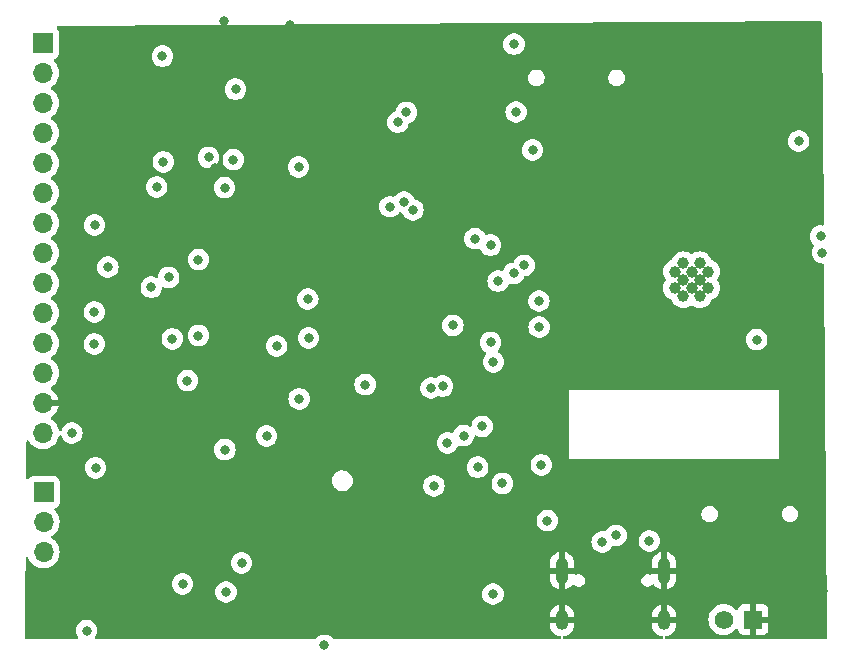
<source format=gbr>
%TF.GenerationSoftware,KiCad,Pcbnew,8.0.7*%
%TF.CreationDate,2024-12-23T22:44:15-05:00*%
%TF.ProjectId,OverSoon,4f766572-536f-46f6-9e2e-6b696361645f,rev?*%
%TF.SameCoordinates,Original*%
%TF.FileFunction,Copper,L2,Inr*%
%TF.FilePolarity,Positive*%
%FSLAX46Y46*%
G04 Gerber Fmt 4.6, Leading zero omitted, Abs format (unit mm)*
G04 Created by KiCad (PCBNEW 8.0.7) date 2024-12-23 22:44:15*
%MOMM*%
%LPD*%
G01*
G04 APERTURE LIST*
%TA.AperFunction,ComponentPad*%
%ADD10R,1.700000X1.700000*%
%TD*%
%TA.AperFunction,ComponentPad*%
%ADD11O,1.700000X1.700000*%
%TD*%
%TA.AperFunction,ComponentPad*%
%ADD12C,1.000000*%
%TD*%
%TA.AperFunction,ComponentPad*%
%ADD13O,1.100000X2.200000*%
%TD*%
%TA.AperFunction,ComponentPad*%
%ADD14O,1.100000X1.700000*%
%TD*%
%TA.AperFunction,ComponentPad*%
%ADD15R,1.575000X1.575000*%
%TD*%
%TA.AperFunction,ComponentPad*%
%ADD16C,1.575000*%
%TD*%
%TA.AperFunction,ViaPad*%
%ADD17C,0.800000*%
%TD*%
G04 APERTURE END LIST*
D10*
%TO.N,unconnected-(U8-T_IRQ-Pad1)*%
%TO.C,U8*%
X172694600Y-100203000D03*
D11*
%TO.N,unconnected-(U8-T_D0-Pad2)*%
X172694600Y-102743000D03*
%TO.N,unconnected-(U8-T_DIN-Pad3)*%
X172694600Y-105283000D03*
%TO.N,unconnected-(U8-T_CS-Pad4)*%
X172694600Y-107823000D03*
%TO.N,unconnected-(U8-T_CLK-Pad5)*%
X172694600Y-110363000D03*
%TO.N,to_MISO*%
X172694600Y-112903000D03*
%TO.N,SCREEN_LED*%
X172694600Y-115443000D03*
%TO.N,SCLK*%
X172694600Y-117983000D03*
%TO.N,to_MOSI*%
X172694600Y-120523000D03*
%TO.N,SCREEN_D{slash}C*%
X172694600Y-123063000D03*
%TO.N,Net-(U8-RESET)*%
X172694600Y-125603000D03*
%TO.N,SCREEN_CS*%
X172694600Y-128143000D03*
%TO.N,GND*%
X172694600Y-130683000D03*
%TO.N,+3V3*%
X172694600Y-133223000D03*
%TD*%
D12*
%TO.N,N/C*%
%TO.C,U7*%
X227610800Y-120950600D03*
X229010800Y-120950600D03*
X226210800Y-120950600D03*
X229010800Y-119550600D03*
X227610800Y-119550600D03*
X226210800Y-119550600D03*
X228310800Y-121650600D03*
X226910800Y-121650600D03*
X228310800Y-120250600D03*
X226910800Y-120250600D03*
X228310800Y-118850600D03*
X226910800Y-118850600D03*
%TD*%
D13*
%TO.N,GND*%
%TO.C,J2*%
X216636600Y-144892600D03*
D14*
X216636600Y-149072600D03*
D13*
X225276600Y-144892600D03*
D14*
X225276600Y-149072600D03*
%TD*%
D15*
%TO.N,GND*%
%TO.C,J1*%
X232827200Y-149021800D03*
D16*
%TO.N,Net-(SW1-B)*%
X230327200Y-149021800D03*
%TD*%
D10*
%TO.N,EX1*%
%TO.C,J4*%
X172745400Y-138226800D03*
D11*
%TO.N,EX2*%
X172745400Y-140766800D03*
%TO.N,EX3*%
X172745400Y-143306800D03*
%TD*%
D17*
%TO.N,VBUS*%
X214884000Y-135915400D03*
X215392000Y-140639800D03*
%TO.N,GND*%
X201789700Y-129159000D03*
X212140602Y-107325596D03*
X186944000Y-104114600D03*
X232968800Y-127304800D03*
X231190800Y-108153200D03*
X222732600Y-137312400D03*
X222123000Y-106324400D03*
X175844200Y-144703800D03*
X198628000Y-149021800D03*
X182499000Y-148615400D03*
X225399600Y-142544800D03*
X180289200Y-135991600D03*
X189407800Y-114300000D03*
X193573400Y-98679000D03*
X238709200Y-146558000D03*
X200355200Y-132232400D03*
X200228200Y-139725400D03*
X191058800Y-106807000D03*
X236347000Y-147066000D03*
X195605400Y-139598400D03*
X214934800Y-131191000D03*
X174447200Y-149936200D03*
X195630800Y-132257800D03*
X211835802Y-112481796D03*
X188010800Y-98374200D03*
X187248800Y-110820200D03*
X191897000Y-138633200D03*
X200507600Y-149606000D03*
X226949000Y-149961600D03*
X179806600Y-133146800D03*
X214985600Y-143332200D03*
X218617800Y-141732000D03*
X212928200Y-115417600D03*
X211328000Y-149072600D03*
X195656200Y-120472200D03*
X209245200Y-126695200D03*
X211632800Y-118310700D03*
%TO.N,+BATT*%
X209880200Y-132664200D03*
X224028000Y-142367000D03*
X210794600Y-146862800D03*
%TO.N,Net-(U2-D)*%
X196519800Y-151206200D03*
X184505600Y-145999200D03*
%TO.N,+3V3*%
X204012800Y-114325400D03*
X182803800Y-101320600D03*
X233121200Y-125323600D03*
X236677200Y-108508800D03*
X176377600Y-149961600D03*
X191617600Y-133477000D03*
X212572600Y-100304600D03*
X210591400Y-125552200D03*
X192481200Y-125857000D03*
X209499200Y-136118600D03*
X188087000Y-134620000D03*
X189001400Y-104114600D03*
X175133000Y-133223000D03*
X195110700Y-121869200D03*
X214147400Y-109270800D03*
X189509400Y-144221200D03*
X212750400Y-106045000D03*
X210591400Y-117322600D03*
X208305400Y-133451600D03*
X199974200Y-129133600D03*
%TO.N,+1V8*%
X184925054Y-128790347D03*
X182880000Y-110261400D03*
X188188600Y-146685000D03*
%TO.N,Net-(U11-~{RESET})*%
X210832700Y-127215900D03*
X209270600Y-116763800D03*
%TO.N,D+*%
X238683800Y-117957600D03*
X213436200Y-119024400D03*
X221208600Y-141884400D03*
%TO.N,D-*%
X212547200Y-119710200D03*
X238531400Y-116560600D03*
X220040200Y-142443200D03*
%TO.N,TMS*%
X202729500Y-106908600D03*
X202072033Y-114067143D03*
%TO.N,TCK*%
X203250800Y-113665000D03*
X203454000Y-106070400D03*
%TO.N,EX1*%
X178181000Y-119176800D03*
%TO.N,EX2*%
X183337200Y-120040400D03*
%TO.N,EX3*%
X183642000Y-125247400D03*
%TO.N,SDA*%
X205790800Y-137693400D03*
X205536800Y-129413000D03*
%TO.N,SCL*%
X206933800Y-134061200D03*
X206527400Y-129260600D03*
%TO.N,ACCEL_CS*%
X194335400Y-110693200D03*
X194386200Y-130327400D03*
%TO.N,GPS_WAKEUP*%
X211226400Y-120370600D03*
X211582000Y-137490200D03*
%TO.N,SCLK*%
X195173600Y-125171200D03*
X185851800Y-124968000D03*
X185851800Y-118541800D03*
X186715400Y-109880400D03*
X207391000Y-124104400D03*
%TO.N,to_MOSI*%
X188061600Y-112457400D03*
X182321200Y-112395000D03*
X181864000Y-120878600D03*
X188810300Y-110083600D03*
%TO.N,MCU_RX*%
X214706200Y-124256800D03*
X214680800Y-122047000D03*
%TO.N,SCREEN_LED*%
X177038000Y-122986800D03*
X177063400Y-115620800D03*
%TO.N,Net-(U8-RESET)*%
X177139600Y-136169400D03*
X177038000Y-125679200D03*
%TD*%
%TA.AperFunction,Conductor*%
%TO.N,GND*%
G36*
X238601656Y-98343474D02*
G01*
X238647773Y-98395962D01*
X238659331Y-98447315D01*
X238787827Y-115532250D01*
X238768648Y-115599436D01*
X238716189Y-115645587D01*
X238647108Y-115656050D01*
X238638055Y-115654473D01*
X238626887Y-115652100D01*
X238435913Y-115652100D01*
X238249114Y-115691805D01*
X238074646Y-115769483D01*
X237920145Y-115881735D01*
X237792359Y-116023657D01*
X237696873Y-116189043D01*
X237696870Y-116189050D01*
X237660929Y-116299666D01*
X237637858Y-116370672D01*
X237617896Y-116560600D01*
X237637858Y-116750528D01*
X237637859Y-116750531D01*
X237696870Y-116932149D01*
X237696873Y-116932156D01*
X237792360Y-117097544D01*
X237920147Y-117239466D01*
X237922237Y-117240985D01*
X237923154Y-117242174D01*
X237924976Y-117243814D01*
X237924676Y-117244147D01*
X237964903Y-117296315D01*
X237970881Y-117365928D01*
X237946682Y-117414023D01*
X237948578Y-117415401D01*
X237944759Y-117420656D01*
X237849273Y-117586043D01*
X237849270Y-117586050D01*
X237790259Y-117767668D01*
X237790258Y-117767672D01*
X237770296Y-117957600D01*
X237790258Y-118147528D01*
X237790259Y-118147531D01*
X237849270Y-118329149D01*
X237849273Y-118329156D01*
X237944760Y-118494544D01*
X238016391Y-118574098D01*
X238068338Y-118631792D01*
X238072547Y-118636466D01*
X238227048Y-118748718D01*
X238401512Y-118826394D01*
X238588313Y-118866100D01*
X238689831Y-118866100D01*
X238756870Y-118885785D01*
X238802625Y-118938589D01*
X238813827Y-118989167D01*
X239050988Y-150522369D01*
X239031809Y-150589555D01*
X238979350Y-150635706D01*
X238927039Y-150647302D01*
X225483968Y-150652361D01*
X225416921Y-150632702D01*
X225371146Y-150579915D01*
X225361177Y-150510760D01*
X225390178Y-150447194D01*
X225448941Y-150409397D01*
X225459731Y-150406743D01*
X225582874Y-150382249D01*
X225773958Y-150303099D01*
X225773968Y-150303094D01*
X225945935Y-150188189D01*
X225945939Y-150188186D01*
X226092186Y-150041939D01*
X226092189Y-150041935D01*
X226207094Y-149869968D01*
X226207099Y-149869958D01*
X226286249Y-149678874D01*
X226286251Y-149678866D01*
X226326599Y-149476020D01*
X226326600Y-149476017D01*
X226326600Y-149322600D01*
X225576600Y-149322600D01*
X225576600Y-149021797D01*
X229026249Y-149021797D01*
X229026249Y-149021802D01*
X229046012Y-149247702D01*
X229046013Y-149247709D01*
X229104704Y-149466746D01*
X229104708Y-149466757D01*
X229172744Y-149612660D01*
X229200543Y-149672276D01*
X229330614Y-149858035D01*
X229490965Y-150018386D01*
X229676724Y-150148457D01*
X229800373Y-150206115D01*
X229882242Y-150244291D01*
X229882244Y-150244291D01*
X229882249Y-150244294D01*
X230101292Y-150302987D01*
X230262654Y-150317104D01*
X230327198Y-150322751D01*
X230327200Y-150322751D01*
X230327202Y-150322751D01*
X230383677Y-150317810D01*
X230553108Y-150302987D01*
X230772151Y-150244294D01*
X230977676Y-150148457D01*
X231163435Y-150018386D01*
X231323786Y-149858035D01*
X231323793Y-149858024D01*
X231327268Y-149853885D01*
X231328994Y-149855333D01*
X231375980Y-149817708D01*
X231445472Y-149810454D01*
X231507855Y-149841921D01*
X231543321Y-149902120D01*
X231545373Y-149913591D01*
X231546103Y-149916679D01*
X231596345Y-150051386D01*
X231596349Y-150051393D01*
X231682509Y-150166487D01*
X231682512Y-150166490D01*
X231797606Y-150252650D01*
X231797613Y-150252654D01*
X231932320Y-150302896D01*
X231932327Y-150302898D01*
X231991855Y-150309299D01*
X231991872Y-150309300D01*
X232577200Y-150309300D01*
X232577200Y-149483679D01*
X232624558Y-149511022D01*
X232758082Y-149546800D01*
X232896318Y-149546800D01*
X233029842Y-149511022D01*
X233077200Y-149483679D01*
X233077200Y-150309300D01*
X233662528Y-150309300D01*
X233662544Y-150309299D01*
X233722072Y-150302898D01*
X233722079Y-150302896D01*
X233856786Y-150252654D01*
X233856793Y-150252650D01*
X233971887Y-150166490D01*
X233971890Y-150166487D01*
X234058050Y-150051393D01*
X234058054Y-150051386D01*
X234108296Y-149916679D01*
X234108298Y-149916672D01*
X234114699Y-149857144D01*
X234114700Y-149857127D01*
X234114700Y-149271800D01*
X233289080Y-149271800D01*
X233316422Y-149224442D01*
X233352200Y-149090918D01*
X233352200Y-148952682D01*
X233316422Y-148819158D01*
X233289080Y-148771800D01*
X234114700Y-148771800D01*
X234114700Y-148186472D01*
X234114699Y-148186455D01*
X234108298Y-148126927D01*
X234108296Y-148126920D01*
X234058054Y-147992213D01*
X234058050Y-147992206D01*
X233971890Y-147877112D01*
X233971887Y-147877109D01*
X233856793Y-147790949D01*
X233856786Y-147790945D01*
X233722079Y-147740703D01*
X233722072Y-147740701D01*
X233662544Y-147734300D01*
X233077200Y-147734300D01*
X233077200Y-148559920D01*
X233029842Y-148532578D01*
X232896318Y-148496800D01*
X232758082Y-148496800D01*
X232624558Y-148532578D01*
X232577200Y-148559920D01*
X232577200Y-147734300D01*
X231991855Y-147734300D01*
X231932327Y-147740701D01*
X231932320Y-147740703D01*
X231797613Y-147790945D01*
X231797606Y-147790949D01*
X231682512Y-147877109D01*
X231682509Y-147877112D01*
X231596349Y-147992206D01*
X231596345Y-147992213D01*
X231546103Y-148126920D01*
X231544320Y-148134468D01*
X231542406Y-148134015D01*
X231519617Y-148189008D01*
X231462217Y-148228846D01*
X231392392Y-148231328D01*
X231332309Y-148195665D01*
X231327400Y-148189595D01*
X231327264Y-148189710D01*
X231323786Y-148185565D01*
X231163435Y-148025214D01*
X231116295Y-147992206D01*
X230977676Y-147895143D01*
X230977672Y-147895141D01*
X230772157Y-147799308D01*
X230772146Y-147799304D01*
X230553109Y-147740613D01*
X230553102Y-147740612D01*
X230327202Y-147720849D01*
X230327198Y-147720849D01*
X230101297Y-147740612D01*
X230101290Y-147740613D01*
X229882253Y-147799304D01*
X229882249Y-147799306D01*
X229676725Y-147895143D01*
X229490965Y-148025214D01*
X229490963Y-148025215D01*
X229490960Y-148025218D01*
X229330618Y-148185560D01*
X229330615Y-148185563D01*
X229330614Y-148185565D01*
X229267829Y-148275231D01*
X229200543Y-148371325D01*
X229104707Y-148576847D01*
X229104704Y-148576853D01*
X229046013Y-148795890D01*
X229046012Y-148795897D01*
X229026249Y-149021797D01*
X225576600Y-149021797D01*
X225576600Y-148822600D01*
X226326600Y-148822600D01*
X226326600Y-148669183D01*
X226326599Y-148669179D01*
X226286251Y-148466333D01*
X226286249Y-148466325D01*
X226207099Y-148275241D01*
X226207094Y-148275231D01*
X226092189Y-148103264D01*
X226092186Y-148103260D01*
X225945939Y-147957013D01*
X225945935Y-147957010D01*
X225773968Y-147842105D01*
X225773958Y-147842100D01*
X225582872Y-147762949D01*
X225582867Y-147762947D01*
X225526600Y-147751755D01*
X225526600Y-148605611D01*
X225516660Y-148588395D01*
X225460805Y-148532540D01*
X225392396Y-148493044D01*
X225316096Y-148472600D01*
X225237104Y-148472600D01*
X225160804Y-148493044D01*
X225092395Y-148532540D01*
X225036540Y-148588395D01*
X225026600Y-148605611D01*
X225026600Y-147751756D01*
X225026599Y-147751755D01*
X224970332Y-147762947D01*
X224970327Y-147762949D01*
X224779241Y-147842100D01*
X224779231Y-147842105D01*
X224607264Y-147957010D01*
X224607260Y-147957013D01*
X224461013Y-148103260D01*
X224461010Y-148103264D01*
X224346105Y-148275231D01*
X224346100Y-148275241D01*
X224266950Y-148466325D01*
X224266948Y-148466333D01*
X224226600Y-148669179D01*
X224226600Y-148822600D01*
X224976600Y-148822600D01*
X224976600Y-149322600D01*
X224226600Y-149322600D01*
X224226600Y-149476020D01*
X224266948Y-149678866D01*
X224266950Y-149678874D01*
X224346100Y-149869958D01*
X224346105Y-149869968D01*
X224461010Y-150041935D01*
X224461013Y-150041939D01*
X224607260Y-150188186D01*
X224607264Y-150188189D01*
X224779231Y-150303094D01*
X224779241Y-150303099D01*
X224970325Y-150382249D01*
X225094251Y-150406899D01*
X225156163Y-150439284D01*
X225190737Y-150500000D01*
X225186998Y-150569769D01*
X225146132Y-150626441D01*
X225081114Y-150652023D01*
X225070108Y-150652517D01*
X216827592Y-150655619D01*
X216760545Y-150635960D01*
X216714770Y-150583173D01*
X216704801Y-150514018D01*
X216733801Y-150450452D01*
X216792565Y-150412655D01*
X216803354Y-150410002D01*
X216942867Y-150382251D01*
X216942874Y-150382249D01*
X217133958Y-150303099D01*
X217133968Y-150303094D01*
X217305935Y-150188189D01*
X217305939Y-150188186D01*
X217452186Y-150041939D01*
X217452189Y-150041935D01*
X217567094Y-149869968D01*
X217567099Y-149869958D01*
X217646249Y-149678874D01*
X217646251Y-149678866D01*
X217686599Y-149476020D01*
X217686600Y-149476017D01*
X217686600Y-149322600D01*
X216936600Y-149322600D01*
X216936600Y-148822600D01*
X217686600Y-148822600D01*
X217686600Y-148669183D01*
X217686599Y-148669179D01*
X217646251Y-148466333D01*
X217646249Y-148466325D01*
X217567099Y-148275241D01*
X217567094Y-148275231D01*
X217452189Y-148103264D01*
X217452186Y-148103260D01*
X217305939Y-147957013D01*
X217305935Y-147957010D01*
X217133968Y-147842105D01*
X217133958Y-147842100D01*
X216942872Y-147762949D01*
X216942867Y-147762947D01*
X216886600Y-147751755D01*
X216886600Y-148605611D01*
X216876660Y-148588395D01*
X216820805Y-148532540D01*
X216752396Y-148493044D01*
X216676096Y-148472600D01*
X216597104Y-148472600D01*
X216520804Y-148493044D01*
X216452395Y-148532540D01*
X216396540Y-148588395D01*
X216386600Y-148605611D01*
X216386600Y-147751756D01*
X216386599Y-147751755D01*
X216330332Y-147762947D01*
X216330327Y-147762949D01*
X216139241Y-147842100D01*
X216139231Y-147842105D01*
X215967264Y-147957010D01*
X215967260Y-147957013D01*
X215821013Y-148103260D01*
X215821010Y-148103264D01*
X215706105Y-148275231D01*
X215706100Y-148275241D01*
X215626950Y-148466325D01*
X215626948Y-148466333D01*
X215586600Y-148669179D01*
X215586600Y-148822600D01*
X216336600Y-148822600D01*
X216336600Y-149322600D01*
X215586600Y-149322600D01*
X215586600Y-149476020D01*
X215626948Y-149678866D01*
X215626950Y-149678874D01*
X215706100Y-149869958D01*
X215706105Y-149869968D01*
X215821010Y-150041935D01*
X215821013Y-150041939D01*
X215967260Y-150188186D01*
X215967264Y-150188189D01*
X216139231Y-150303094D01*
X216139241Y-150303099D01*
X216330325Y-150382249D01*
X216470566Y-150410144D01*
X216532478Y-150442529D01*
X216567052Y-150503244D01*
X216563313Y-150573014D01*
X216522447Y-150629686D01*
X216457429Y-150655268D01*
X216446423Y-150655762D01*
X197308429Y-150662964D01*
X197241382Y-150643305D01*
X197216235Y-150621939D01*
X197131053Y-150527334D01*
X196976552Y-150415082D01*
X196802088Y-150337406D01*
X196802086Y-150337405D01*
X196615287Y-150297700D01*
X196424313Y-150297700D01*
X196237514Y-150337405D01*
X196237512Y-150337406D01*
X196081428Y-150406899D01*
X196063046Y-150415083D01*
X195908544Y-150527336D01*
X195908540Y-150527339D01*
X195822830Y-150622530D01*
X195763344Y-150659178D01*
X195730728Y-150663557D01*
X177232171Y-150670518D01*
X177165124Y-150650859D01*
X177119349Y-150598072D01*
X177109380Y-150528917D01*
X177124735Y-150484522D01*
X177212127Y-150333156D01*
X177271142Y-150151528D01*
X177291104Y-149961600D01*
X177271142Y-149771672D01*
X177212127Y-149590044D01*
X177116640Y-149424656D01*
X176988853Y-149282734D01*
X176834352Y-149170482D01*
X176659888Y-149092806D01*
X176659886Y-149092805D01*
X176473087Y-149053100D01*
X176282113Y-149053100D01*
X176095314Y-149092805D01*
X175920846Y-149170483D01*
X175766345Y-149282735D01*
X175638559Y-149424657D01*
X175543073Y-149590043D01*
X175543070Y-149590050D01*
X175484059Y-149771668D01*
X175484058Y-149771672D01*
X175464096Y-149961600D01*
X175484058Y-150151528D01*
X175484059Y-150151531D01*
X175543070Y-150333149D01*
X175543073Y-150333156D01*
X175630833Y-150485161D01*
X175647306Y-150553061D01*
X175624453Y-150619088D01*
X175569532Y-150662279D01*
X175523493Y-150671161D01*
X171295499Y-150672752D01*
X171228452Y-150653093D01*
X171182677Y-150600306D01*
X171171455Y-150547903D01*
X171171586Y-150528917D01*
X171202611Y-145999200D01*
X183592096Y-145999200D01*
X183612058Y-146189128D01*
X183612059Y-146189131D01*
X183671070Y-146370749D01*
X183671073Y-146370756D01*
X183766560Y-146536144D01*
X183894347Y-146678066D01*
X184048848Y-146790318D01*
X184223312Y-146867994D01*
X184410113Y-146907700D01*
X184601087Y-146907700D01*
X184787888Y-146867994D01*
X184962352Y-146790318D01*
X185107309Y-146685000D01*
X187275096Y-146685000D01*
X187295058Y-146874928D01*
X187295059Y-146874931D01*
X187354070Y-147056549D01*
X187354073Y-147056556D01*
X187449560Y-147221944D01*
X187577347Y-147363866D01*
X187731848Y-147476118D01*
X187906312Y-147553794D01*
X188093113Y-147593500D01*
X188284087Y-147593500D01*
X188470888Y-147553794D01*
X188645352Y-147476118D01*
X188799853Y-147363866D01*
X188927640Y-147221944D01*
X189023127Y-147056556D01*
X189082142Y-146874928D01*
X189083417Y-146862800D01*
X209881096Y-146862800D01*
X209901058Y-147052728D01*
X209901059Y-147052731D01*
X209960070Y-147234349D01*
X209960073Y-147234356D01*
X210055560Y-147399744D01*
X210183347Y-147541666D01*
X210337848Y-147653918D01*
X210512312Y-147731594D01*
X210699113Y-147771300D01*
X210890087Y-147771300D01*
X211076888Y-147731594D01*
X211251352Y-147653918D01*
X211405853Y-147541666D01*
X211533640Y-147399744D01*
X211629127Y-147234356D01*
X211688142Y-147052728D01*
X211708104Y-146862800D01*
X211688142Y-146672872D01*
X211629127Y-146491244D01*
X211533640Y-146325856D01*
X211405853Y-146183934D01*
X211251352Y-146071682D01*
X211076888Y-145994006D01*
X211076886Y-145994005D01*
X210890087Y-145954300D01*
X210699113Y-145954300D01*
X210512314Y-145994005D01*
X210512312Y-145994006D01*
X210375845Y-146054765D01*
X210337846Y-146071683D01*
X210183345Y-146183935D01*
X210055559Y-146325857D01*
X209960073Y-146491243D01*
X209960070Y-146491250D01*
X209901059Y-146672868D01*
X209901058Y-146672872D01*
X209881096Y-146862800D01*
X189083417Y-146862800D01*
X189102104Y-146685000D01*
X189082142Y-146495072D01*
X189023127Y-146313444D01*
X188927640Y-146148056D01*
X188799853Y-146006134D01*
X188645352Y-145893882D01*
X188470888Y-145816206D01*
X188470886Y-145816205D01*
X188284087Y-145776500D01*
X188093113Y-145776500D01*
X187906314Y-145816205D01*
X187731846Y-145893883D01*
X187577345Y-146006135D01*
X187449559Y-146148057D01*
X187354073Y-146313443D01*
X187354070Y-146313450D01*
X187296300Y-146491250D01*
X187295058Y-146495072D01*
X187275096Y-146685000D01*
X185107309Y-146685000D01*
X185116853Y-146678066D01*
X185244640Y-146536144D01*
X185340127Y-146370756D01*
X185399142Y-146189128D01*
X185419104Y-145999200D01*
X185399142Y-145809272D01*
X185340127Y-145627644D01*
X185244640Y-145462256D01*
X185116853Y-145320334D01*
X184962352Y-145208082D01*
X184787888Y-145130406D01*
X184787886Y-145130405D01*
X184601087Y-145090700D01*
X184410113Y-145090700D01*
X184223314Y-145130405D01*
X184048846Y-145208083D01*
X183894345Y-145320335D01*
X183766559Y-145462257D01*
X183671073Y-145627643D01*
X183671070Y-145627650D01*
X183612059Y-145809268D01*
X183612058Y-145809272D01*
X183592096Y-145999200D01*
X171202611Y-145999200D01*
X171217698Y-143796430D01*
X171237841Y-143729529D01*
X171290957Y-143684136D01*
X171360182Y-143674667D01*
X171423538Y-143704126D01*
X171455251Y-143747471D01*
X171546540Y-143955592D01*
X171669676Y-144144065D01*
X171669684Y-144144076D01*
X171757238Y-144239183D01*
X171822160Y-144309706D01*
X171999824Y-144447989D01*
X171999825Y-144447989D01*
X171999827Y-144447991D01*
X172126535Y-144516561D01*
X172197826Y-144555142D01*
X172410765Y-144628244D01*
X172632831Y-144665300D01*
X172857969Y-144665300D01*
X173080035Y-144628244D01*
X173292974Y-144555142D01*
X173490976Y-144447989D01*
X173668640Y-144309706D01*
X173750116Y-144221200D01*
X188595896Y-144221200D01*
X188615858Y-144411128D01*
X188615859Y-144411131D01*
X188674870Y-144592749D01*
X188674873Y-144592756D01*
X188770360Y-144758144D01*
X188898147Y-144900066D01*
X189052648Y-145012318D01*
X189227112Y-145089994D01*
X189413913Y-145129700D01*
X189604887Y-145129700D01*
X189791688Y-145089994D01*
X189966152Y-145012318D01*
X190120653Y-144900066D01*
X190248440Y-144758144D01*
X190343927Y-144592756D01*
X190402942Y-144411128D01*
X190421014Y-144239179D01*
X215586600Y-144239179D01*
X215586600Y-144642600D01*
X216336600Y-144642600D01*
X216336600Y-145142600D01*
X215586600Y-145142600D01*
X215586600Y-145546020D01*
X215626948Y-145748866D01*
X215626950Y-145748874D01*
X215706100Y-145939958D01*
X215706105Y-145939968D01*
X215821010Y-146111935D01*
X215821013Y-146111939D01*
X215967260Y-146258186D01*
X215967264Y-146258189D01*
X216139231Y-146373094D01*
X216139241Y-146373099D01*
X216330323Y-146452248D01*
X216330325Y-146452249D01*
X216386600Y-146463442D01*
X216386600Y-145609588D01*
X216396540Y-145626805D01*
X216452395Y-145682660D01*
X216520804Y-145722156D01*
X216597104Y-145742600D01*
X216676096Y-145742600D01*
X216752396Y-145722156D01*
X216820805Y-145682660D01*
X216876660Y-145626805D01*
X216886600Y-145609588D01*
X216886600Y-146463442D01*
X216942874Y-146452249D01*
X216942876Y-146452248D01*
X217133958Y-146373099D01*
X217133968Y-146373094D01*
X217305935Y-146258189D01*
X217305939Y-146258186D01*
X217452186Y-146111939D01*
X217452190Y-146111934D01*
X217474780Y-146078126D01*
X217528391Y-146033320D01*
X217597716Y-146024611D01*
X217660744Y-146054765D01*
X217665564Y-146059334D01*
X217738335Y-146132105D01*
X217858164Y-146201288D01*
X217991817Y-146237100D01*
X217991819Y-146237100D01*
X218130181Y-146237100D01*
X218130183Y-146237100D01*
X218263836Y-146201288D01*
X218383665Y-146132105D01*
X218481505Y-146034265D01*
X218550688Y-145914436D01*
X218586500Y-145780783D01*
X218586500Y-145642417D01*
X223352100Y-145642417D01*
X223352100Y-145780783D01*
X223361592Y-145816205D01*
X223387912Y-145914435D01*
X223387913Y-145914438D01*
X223457092Y-146034261D01*
X223457094Y-146034264D01*
X223457095Y-146034265D01*
X223554935Y-146132105D01*
X223674764Y-146201288D01*
X223808417Y-146237100D01*
X223808419Y-146237100D01*
X223946781Y-146237100D01*
X223946783Y-146237100D01*
X224080436Y-146201288D01*
X224200265Y-146132105D01*
X224257812Y-146074557D01*
X224319131Y-146041075D01*
X224388823Y-146046059D01*
X224444757Y-146087930D01*
X224448592Y-146093351D01*
X224461007Y-146111931D01*
X224461013Y-146111939D01*
X224607260Y-146258186D01*
X224607264Y-146258189D01*
X224779231Y-146373094D01*
X224779241Y-146373099D01*
X224970323Y-146452248D01*
X224970325Y-146452249D01*
X225026600Y-146463442D01*
X225026600Y-145609588D01*
X225036540Y-145626805D01*
X225092395Y-145682660D01*
X225160804Y-145722156D01*
X225237104Y-145742600D01*
X225316096Y-145742600D01*
X225392396Y-145722156D01*
X225460805Y-145682660D01*
X225516660Y-145626805D01*
X225526600Y-145609588D01*
X225526600Y-146463442D01*
X225582874Y-146452249D01*
X225582876Y-146452248D01*
X225773958Y-146373099D01*
X225773968Y-146373094D01*
X225945935Y-146258189D01*
X225945939Y-146258186D01*
X226092186Y-146111939D01*
X226092189Y-146111935D01*
X226207094Y-145939968D01*
X226207099Y-145939958D01*
X226286249Y-145748874D01*
X226286251Y-145748866D01*
X226326599Y-145546020D01*
X226326600Y-145546017D01*
X226326600Y-145142600D01*
X225576600Y-145142600D01*
X225576600Y-144642600D01*
X226326600Y-144642600D01*
X226326600Y-144239183D01*
X226326599Y-144239179D01*
X226286251Y-144036333D01*
X226286249Y-144036325D01*
X226207099Y-143845241D01*
X226207094Y-143845231D01*
X226092189Y-143673264D01*
X226092186Y-143673260D01*
X225945939Y-143527013D01*
X225945935Y-143527010D01*
X225773968Y-143412105D01*
X225773958Y-143412100D01*
X225582872Y-143332949D01*
X225582867Y-143332947D01*
X225526600Y-143321755D01*
X225526600Y-144175611D01*
X225516660Y-144158395D01*
X225460805Y-144102540D01*
X225392396Y-144063044D01*
X225316096Y-144042600D01*
X225237104Y-144042600D01*
X225160804Y-144063044D01*
X225092395Y-144102540D01*
X225036540Y-144158395D01*
X225026600Y-144175611D01*
X225026600Y-143321756D01*
X225026599Y-143321755D01*
X224970332Y-143332947D01*
X224970327Y-143332949D01*
X224779241Y-143412100D01*
X224779231Y-143412105D01*
X224607264Y-143527010D01*
X224607260Y-143527013D01*
X224461013Y-143673260D01*
X224461010Y-143673264D01*
X224346105Y-143845231D01*
X224346100Y-143845241D01*
X224266950Y-144036325D01*
X224266948Y-144036333D01*
X224226600Y-144239179D01*
X224226600Y-144642600D01*
X224976600Y-144642600D01*
X224976600Y-145142600D01*
X224226600Y-145142600D01*
X224208673Y-145160526D01*
X224206915Y-145166515D01*
X224154111Y-145212270D01*
X224084953Y-145222214D01*
X224070507Y-145219251D01*
X223987395Y-145196982D01*
X223946783Y-145186100D01*
X223808417Y-145186100D01*
X223674764Y-145221912D01*
X223674761Y-145221913D01*
X223554938Y-145291092D01*
X223554933Y-145291096D01*
X223457096Y-145388933D01*
X223457092Y-145388938D01*
X223387913Y-145508761D01*
X223387912Y-145508764D01*
X223352100Y-145642417D01*
X218586500Y-145642417D01*
X218550688Y-145508764D01*
X218481505Y-145388935D01*
X218383665Y-145291095D01*
X218383664Y-145291094D01*
X218383661Y-145291092D01*
X218263838Y-145221913D01*
X218263837Y-145221912D01*
X218263836Y-145221912D01*
X218130183Y-145186100D01*
X217991817Y-145186100D01*
X217858164Y-145221912D01*
X217858049Y-145221960D01*
X217857944Y-145221971D01*
X217850313Y-145224016D01*
X217849994Y-145222825D01*
X217788579Y-145229426D01*
X217726101Y-145198149D01*
X217702692Y-145158692D01*
X217686600Y-145142600D01*
X216936600Y-145142600D01*
X216936600Y-144642600D01*
X217686600Y-144642600D01*
X217686600Y-144239183D01*
X217686599Y-144239179D01*
X217646251Y-144036333D01*
X217646249Y-144036325D01*
X217567099Y-143845241D01*
X217567094Y-143845231D01*
X217452189Y-143673264D01*
X217452186Y-143673260D01*
X217305939Y-143527013D01*
X217305935Y-143527010D01*
X217133968Y-143412105D01*
X217133958Y-143412100D01*
X216942872Y-143332949D01*
X216942867Y-143332947D01*
X216886600Y-143321755D01*
X216886600Y-144175611D01*
X216876660Y-144158395D01*
X216820805Y-144102540D01*
X216752396Y-144063044D01*
X216676096Y-144042600D01*
X216597104Y-144042600D01*
X216520804Y-144063044D01*
X216452395Y-144102540D01*
X216396540Y-144158395D01*
X216386600Y-144175611D01*
X216386600Y-143321756D01*
X216386599Y-143321755D01*
X216330332Y-143332947D01*
X216330327Y-143332949D01*
X216139241Y-143412100D01*
X216139231Y-143412105D01*
X215967264Y-143527010D01*
X215967260Y-143527013D01*
X215821013Y-143673260D01*
X215821010Y-143673264D01*
X215706105Y-143845231D01*
X215706100Y-143845241D01*
X215626950Y-144036325D01*
X215626948Y-144036333D01*
X215586600Y-144239179D01*
X190421014Y-144239179D01*
X190422904Y-144221200D01*
X190402942Y-144031272D01*
X190343927Y-143849644D01*
X190248440Y-143684256D01*
X190120653Y-143542334D01*
X189966152Y-143430082D01*
X189791688Y-143352406D01*
X189791686Y-143352405D01*
X189604887Y-143312700D01*
X189413913Y-143312700D01*
X189227114Y-143352405D01*
X189227112Y-143352406D01*
X189093037Y-143412100D01*
X189052646Y-143430083D01*
X188898145Y-143542335D01*
X188770359Y-143684257D01*
X188674873Y-143849643D01*
X188674870Y-143849650D01*
X188640448Y-143955591D01*
X188615858Y-144031272D01*
X188595896Y-144221200D01*
X173750116Y-144221200D01*
X173821122Y-144144068D01*
X173944260Y-143955591D01*
X174034696Y-143749416D01*
X174089964Y-143531168D01*
X174089965Y-143531159D01*
X174108556Y-143306805D01*
X174108556Y-143306794D01*
X174089965Y-143082440D01*
X174089963Y-143082428D01*
X174064061Y-142980144D01*
X174034696Y-142864184D01*
X173944260Y-142658009D01*
X173928006Y-142633131D01*
X173821123Y-142469534D01*
X173821115Y-142469523D01*
X173796883Y-142443200D01*
X219126696Y-142443200D01*
X219146658Y-142633128D01*
X219146659Y-142633131D01*
X219205670Y-142814749D01*
X219205673Y-142814756D01*
X219301160Y-142980144D01*
X219428947Y-143122066D01*
X219583448Y-143234318D01*
X219757912Y-143311994D01*
X219944713Y-143351700D01*
X220135687Y-143351700D01*
X220322488Y-143311994D01*
X220496952Y-143234318D01*
X220651453Y-143122066D01*
X220779240Y-142980144D01*
X220866978Y-142828176D01*
X220917543Y-142779963D01*
X220986150Y-142766739D01*
X221000145Y-142768888D01*
X221113113Y-142792900D01*
X221304087Y-142792900D01*
X221490888Y-142753194D01*
X221665352Y-142675518D01*
X221819853Y-142563266D01*
X221947640Y-142421344D01*
X221979016Y-142367000D01*
X223114496Y-142367000D01*
X223134458Y-142556928D01*
X223134459Y-142556931D01*
X223193470Y-142738549D01*
X223193473Y-142738556D01*
X223288960Y-142903944D01*
X223416747Y-143045866D01*
X223571248Y-143158118D01*
X223745712Y-143235794D01*
X223932513Y-143275500D01*
X224123487Y-143275500D01*
X224310288Y-143235794D01*
X224484752Y-143158118D01*
X224639253Y-143045866D01*
X224767040Y-142903944D01*
X224862527Y-142738556D01*
X224921542Y-142556928D01*
X224941504Y-142367000D01*
X224921542Y-142177072D01*
X224862527Y-141995444D01*
X224767040Y-141830056D01*
X224639253Y-141688134D01*
X224484752Y-141575882D01*
X224310288Y-141498206D01*
X224310286Y-141498205D01*
X224123487Y-141458500D01*
X223932513Y-141458500D01*
X223745714Y-141498205D01*
X223712834Y-141512844D01*
X223574566Y-141574405D01*
X223571246Y-141575883D01*
X223416745Y-141688135D01*
X223288959Y-141830057D01*
X223193473Y-141995443D01*
X223193470Y-141995450D01*
X223134459Y-142177068D01*
X223134458Y-142177072D01*
X223114496Y-142367000D01*
X221979016Y-142367000D01*
X222043127Y-142255956D01*
X222102142Y-142074328D01*
X222122104Y-141884400D01*
X222102142Y-141694472D01*
X222043127Y-141512844D01*
X221947640Y-141347456D01*
X221819853Y-141205534D01*
X221665352Y-141093282D01*
X221490888Y-141015606D01*
X221490886Y-141015605D01*
X221304087Y-140975900D01*
X221113113Y-140975900D01*
X220926314Y-141015605D01*
X220751846Y-141093283D01*
X220597345Y-141205535D01*
X220469558Y-141347457D01*
X220381822Y-141499421D01*
X220331255Y-141547637D01*
X220262648Y-141560859D01*
X220248655Y-141558711D01*
X220135688Y-141534700D01*
X220135687Y-141534700D01*
X219944713Y-141534700D01*
X219757914Y-141574405D01*
X219583446Y-141652083D01*
X219428945Y-141764335D01*
X219301159Y-141906257D01*
X219205673Y-142071643D01*
X219205670Y-142071650D01*
X219146659Y-142253268D01*
X219146658Y-142253272D01*
X219126696Y-142443200D01*
X173796883Y-142443200D01*
X173668643Y-142303897D01*
X173668638Y-142303892D01*
X173490977Y-142165612D01*
X173490978Y-142165612D01*
X173490976Y-142165611D01*
X173454470Y-142145855D01*
X173404879Y-142096636D01*
X173389771Y-142028419D01*
X173413941Y-141962864D01*
X173454470Y-141927745D01*
X173454484Y-141927736D01*
X173490976Y-141907989D01*
X173668640Y-141769706D01*
X173821122Y-141604068D01*
X173944260Y-141415591D01*
X174034696Y-141209416D01*
X174089964Y-140991168D01*
X174091229Y-140975900D01*
X174108556Y-140766805D01*
X174108556Y-140766794D01*
X174098033Y-140639800D01*
X214478496Y-140639800D01*
X214498458Y-140829728D01*
X214498459Y-140829731D01*
X214557470Y-141011349D01*
X214557473Y-141011356D01*
X214652960Y-141176744D01*
X214780747Y-141318666D01*
X214935248Y-141430918D01*
X215109712Y-141508594D01*
X215296513Y-141548300D01*
X215487487Y-141548300D01*
X215674288Y-141508594D01*
X215848752Y-141430918D01*
X216003253Y-141318666D01*
X216131040Y-141176744D01*
X216226527Y-141011356D01*
X216285542Y-140829728D01*
X216305504Y-140639800D01*
X216285542Y-140449872D01*
X216226527Y-140268244D01*
X216158256Y-140149995D01*
X228432899Y-140149995D01*
X228459818Y-140285322D01*
X228459821Y-140285332D01*
X228512621Y-140412804D01*
X228512628Y-140412817D01*
X228589285Y-140527541D01*
X228589288Y-140527545D01*
X228686854Y-140625111D01*
X228686858Y-140625114D01*
X228801582Y-140701771D01*
X228801595Y-140701778D01*
X228929067Y-140754578D01*
X228929072Y-140754580D01*
X228929076Y-140754580D01*
X228929077Y-140754581D01*
X229064404Y-140781500D01*
X229064407Y-140781500D01*
X229202395Y-140781500D01*
X229293441Y-140763389D01*
X229337728Y-140754580D01*
X229465211Y-140701775D01*
X229579942Y-140625114D01*
X229677514Y-140527542D01*
X229754175Y-140412811D01*
X229806980Y-140285328D01*
X229833900Y-140149995D01*
X235232899Y-140149995D01*
X235259818Y-140285322D01*
X235259821Y-140285332D01*
X235312621Y-140412804D01*
X235312628Y-140412817D01*
X235389285Y-140527541D01*
X235389288Y-140527545D01*
X235486854Y-140625111D01*
X235486858Y-140625114D01*
X235601582Y-140701771D01*
X235601595Y-140701778D01*
X235729067Y-140754578D01*
X235729072Y-140754580D01*
X235729076Y-140754580D01*
X235729077Y-140754581D01*
X235864404Y-140781500D01*
X235864407Y-140781500D01*
X236002395Y-140781500D01*
X236093441Y-140763389D01*
X236137728Y-140754580D01*
X236265211Y-140701775D01*
X236379942Y-140625114D01*
X236477514Y-140527542D01*
X236554175Y-140412811D01*
X236606980Y-140285328D01*
X236633900Y-140149993D01*
X236633900Y-140012007D01*
X236633900Y-140012004D01*
X236606981Y-139876677D01*
X236606980Y-139876676D01*
X236606980Y-139876672D01*
X236563212Y-139771006D01*
X236554178Y-139749195D01*
X236554171Y-139749182D01*
X236477514Y-139634458D01*
X236477511Y-139634454D01*
X236379945Y-139536888D01*
X236379941Y-139536885D01*
X236265217Y-139460228D01*
X236265204Y-139460221D01*
X236137732Y-139407421D01*
X236137722Y-139407418D01*
X236002395Y-139380500D01*
X236002393Y-139380500D01*
X235864407Y-139380500D01*
X235864405Y-139380500D01*
X235729077Y-139407418D01*
X235729067Y-139407421D01*
X235601595Y-139460221D01*
X235601582Y-139460228D01*
X235486858Y-139536885D01*
X235486854Y-139536888D01*
X235389288Y-139634454D01*
X235389285Y-139634458D01*
X235312628Y-139749182D01*
X235312621Y-139749195D01*
X235259821Y-139876667D01*
X235259818Y-139876677D01*
X235232900Y-140012004D01*
X235232900Y-140012007D01*
X235232900Y-140149993D01*
X235232900Y-140149995D01*
X235232899Y-140149995D01*
X229833900Y-140149995D01*
X229833900Y-140149993D01*
X229833900Y-140012007D01*
X229833900Y-140012004D01*
X229806981Y-139876677D01*
X229806980Y-139876676D01*
X229806980Y-139876672D01*
X229763212Y-139771006D01*
X229754178Y-139749195D01*
X229754171Y-139749182D01*
X229677514Y-139634458D01*
X229677511Y-139634454D01*
X229579945Y-139536888D01*
X229579941Y-139536885D01*
X229465217Y-139460228D01*
X229465204Y-139460221D01*
X229337732Y-139407421D01*
X229337722Y-139407418D01*
X229202395Y-139380500D01*
X229202393Y-139380500D01*
X229064407Y-139380500D01*
X229064405Y-139380500D01*
X228929077Y-139407418D01*
X228929067Y-139407421D01*
X228801595Y-139460221D01*
X228801582Y-139460228D01*
X228686858Y-139536885D01*
X228686854Y-139536888D01*
X228589288Y-139634454D01*
X228589285Y-139634458D01*
X228512628Y-139749182D01*
X228512621Y-139749195D01*
X228459821Y-139876667D01*
X228459818Y-139876677D01*
X228432900Y-140012004D01*
X228432900Y-140012007D01*
X228432900Y-140149993D01*
X228432900Y-140149995D01*
X228432899Y-140149995D01*
X216158256Y-140149995D01*
X216131040Y-140102856D01*
X216003253Y-139960934D01*
X215848752Y-139848682D01*
X215674288Y-139771006D01*
X215674286Y-139771005D01*
X215487487Y-139731300D01*
X215296513Y-139731300D01*
X215109714Y-139771005D01*
X214935246Y-139848683D01*
X214780745Y-139960935D01*
X214652959Y-140102857D01*
X214557473Y-140268243D01*
X214557470Y-140268250D01*
X214510498Y-140412817D01*
X214498458Y-140449872D01*
X214478496Y-140639800D01*
X174098033Y-140639800D01*
X174089965Y-140542440D01*
X174089963Y-140542428D01*
X174086193Y-140527541D01*
X174034696Y-140324184D01*
X173944260Y-140118009D01*
X173821122Y-139929532D01*
X173821119Y-139929529D01*
X173821115Y-139929523D01*
X173675910Y-139771791D01*
X173644987Y-139709137D01*
X173652847Y-139639711D01*
X173696994Y-139585555D01*
X173723805Y-139571627D01*
X173803984Y-139541720D01*
X173841604Y-139527689D01*
X173958661Y-139440061D01*
X174046289Y-139323004D01*
X174097389Y-139186001D01*
X174100991Y-139152492D01*
X174103899Y-139125454D01*
X174103900Y-139125437D01*
X174103900Y-137328162D01*
X174103899Y-137328145D01*
X174100557Y-137297070D01*
X174097389Y-137267599D01*
X174095151Y-137261600D01*
X197165117Y-137261600D01*
X197184318Y-137444288D01*
X197184319Y-137444291D01*
X197241080Y-137618987D01*
X197241083Y-137618993D01*
X197332931Y-137778077D01*
X197455846Y-137914589D01*
X197554920Y-137986571D01*
X197604459Y-138022563D01*
X197697558Y-138064012D01*
X197772272Y-138097277D01*
X197951953Y-138135469D01*
X197951954Y-138135469D01*
X198135645Y-138135469D01*
X198135647Y-138135469D01*
X198315328Y-138097277D01*
X198483142Y-138022562D01*
X198631754Y-137914589D01*
X198754669Y-137778077D01*
X198803558Y-137693400D01*
X204877296Y-137693400D01*
X204897258Y-137883328D01*
X204897259Y-137883331D01*
X204956270Y-138064949D01*
X204956273Y-138064956D01*
X205051760Y-138230344D01*
X205179547Y-138372266D01*
X205334048Y-138484518D01*
X205508512Y-138562194D01*
X205695313Y-138601900D01*
X205886287Y-138601900D01*
X206073088Y-138562194D01*
X206247552Y-138484518D01*
X206402053Y-138372266D01*
X206529840Y-138230344D01*
X206625327Y-138064956D01*
X206684342Y-137883328D01*
X206704304Y-137693400D01*
X206684342Y-137503472D01*
X206680030Y-137490200D01*
X210668496Y-137490200D01*
X210688458Y-137680128D01*
X210688459Y-137680131D01*
X210747470Y-137861749D01*
X210747473Y-137861756D01*
X210842960Y-138027144D01*
X210970747Y-138169066D01*
X211125248Y-138281318D01*
X211299712Y-138358994D01*
X211486513Y-138398700D01*
X211677487Y-138398700D01*
X211864288Y-138358994D01*
X212038752Y-138281318D01*
X212193253Y-138169066D01*
X212321040Y-138027144D01*
X212416527Y-137861756D01*
X212475542Y-137680128D01*
X212495504Y-137490200D01*
X212475542Y-137300272D01*
X212416527Y-137118644D01*
X212321040Y-136953256D01*
X212193253Y-136811334D01*
X212038752Y-136699082D01*
X211864288Y-136621406D01*
X211864286Y-136621405D01*
X211677487Y-136581700D01*
X211486513Y-136581700D01*
X211299714Y-136621405D01*
X211125246Y-136699083D01*
X210970745Y-136811335D01*
X210842959Y-136953257D01*
X210747473Y-137118643D01*
X210747470Y-137118650D01*
X210699074Y-137267599D01*
X210688458Y-137300272D01*
X210668496Y-137490200D01*
X206680030Y-137490200D01*
X206625327Y-137321844D01*
X206529840Y-137156456D01*
X206402053Y-137014534D01*
X206247552Y-136902282D01*
X206073088Y-136824606D01*
X206073086Y-136824605D01*
X205886287Y-136784900D01*
X205695313Y-136784900D01*
X205508514Y-136824605D01*
X205334046Y-136902283D01*
X205179545Y-137014535D01*
X205051759Y-137156457D01*
X204956273Y-137321843D01*
X204956270Y-137321850D01*
X204916488Y-137444288D01*
X204897258Y-137503472D01*
X204877296Y-137693400D01*
X198803558Y-137693400D01*
X198846517Y-137618993D01*
X198903282Y-137444288D01*
X198922483Y-137261600D01*
X198903282Y-137078912D01*
X198846517Y-136904207D01*
X198754669Y-136745123D01*
X198631754Y-136608611D01*
X198538635Y-136540956D01*
X198483140Y-136500636D01*
X198315326Y-136425922D01*
X198184146Y-136398039D01*
X198135647Y-136387731D01*
X197951953Y-136387731D01*
X197913762Y-136395848D01*
X197772273Y-136425922D01*
X197772272Y-136425922D01*
X197604458Y-136500637D01*
X197604457Y-136500638D01*
X197455847Y-136608610D01*
X197455845Y-136608611D01*
X197332930Y-136745124D01*
X197241083Y-136904206D01*
X197241080Y-136904212D01*
X197197548Y-137038194D01*
X197184318Y-137078912D01*
X197165117Y-137261600D01*
X174095151Y-137261600D01*
X174074922Y-137207364D01*
X174046289Y-137130596D01*
X173958661Y-137013539D01*
X173841604Y-136925911D01*
X173704603Y-136874811D01*
X173644054Y-136868300D01*
X173644038Y-136868300D01*
X171846762Y-136868300D01*
X171846745Y-136868300D01*
X171786197Y-136874811D01*
X171786195Y-136874811D01*
X171649195Y-136925911D01*
X171532138Y-137013540D01*
X171487525Y-137073135D01*
X171431591Y-137115005D01*
X171361899Y-137119989D01*
X171300576Y-137086503D01*
X171267092Y-137025179D01*
X171264263Y-136997984D01*
X171269938Y-136169400D01*
X176226096Y-136169400D01*
X176246058Y-136359328D01*
X176246059Y-136359331D01*
X176305070Y-136540949D01*
X176305073Y-136540956D01*
X176400560Y-136706344D01*
X176528347Y-136848266D01*
X176682848Y-136960518D01*
X176857312Y-137038194D01*
X177044113Y-137077900D01*
X177235087Y-137077900D01*
X177421888Y-137038194D01*
X177596352Y-136960518D01*
X177750853Y-136848266D01*
X177878640Y-136706344D01*
X177974127Y-136540956D01*
X178033142Y-136359328D01*
X178053104Y-136169400D01*
X178047765Y-136118600D01*
X208585696Y-136118600D01*
X208605658Y-136308528D01*
X208605659Y-136308531D01*
X208664670Y-136490149D01*
X208664673Y-136490156D01*
X208760160Y-136655544D01*
X208840817Y-136745123D01*
X208876632Y-136784900D01*
X208887947Y-136797466D01*
X209042448Y-136909718D01*
X209216912Y-136987394D01*
X209403713Y-137027100D01*
X209594687Y-137027100D01*
X209781488Y-136987394D01*
X209955952Y-136909718D01*
X210110453Y-136797466D01*
X210238240Y-136655544D01*
X210333727Y-136490156D01*
X210392742Y-136308528D01*
X210412704Y-136118600D01*
X210392742Y-135928672D01*
X210388430Y-135915400D01*
X213970496Y-135915400D01*
X213990458Y-136105328D01*
X213990459Y-136105331D01*
X214049470Y-136286949D01*
X214049473Y-136286956D01*
X214144960Y-136452344D01*
X214224740Y-136540949D01*
X214261432Y-136581700D01*
X214272747Y-136594266D01*
X214427248Y-136706518D01*
X214601712Y-136784194D01*
X214788513Y-136823900D01*
X214979487Y-136823900D01*
X215166288Y-136784194D01*
X215340752Y-136706518D01*
X215495253Y-136594266D01*
X215623040Y-136452344D01*
X215718527Y-136286956D01*
X215777542Y-136105328D01*
X215797504Y-135915400D01*
X215777542Y-135725472D01*
X215718527Y-135543844D01*
X215626472Y-135384400D01*
X217195400Y-135384400D01*
X235000800Y-135382000D01*
X235026200Y-129540000D01*
X217195400Y-129540000D01*
X217195400Y-135384400D01*
X215626472Y-135384400D01*
X215623040Y-135378456D01*
X215495253Y-135236534D01*
X215340752Y-135124282D01*
X215166288Y-135046606D01*
X215166286Y-135046605D01*
X214979487Y-135006900D01*
X214788513Y-135006900D01*
X214601714Y-135046605D01*
X214427246Y-135124283D01*
X214272745Y-135236535D01*
X214144959Y-135378457D01*
X214049473Y-135543843D01*
X214049470Y-135543850D01*
X213990459Y-135725468D01*
X213990458Y-135725472D01*
X213970496Y-135915400D01*
X210388430Y-135915400D01*
X210333727Y-135747044D01*
X210238240Y-135581656D01*
X210110453Y-135439734D01*
X209955952Y-135327482D01*
X209781488Y-135249806D01*
X209781486Y-135249805D01*
X209594687Y-135210100D01*
X209403713Y-135210100D01*
X209216914Y-135249805D01*
X209042446Y-135327483D01*
X208887945Y-135439735D01*
X208760159Y-135581657D01*
X208664673Y-135747043D01*
X208664670Y-135747050D01*
X208609970Y-135915400D01*
X208605658Y-135928672D01*
X208585696Y-136118600D01*
X178047765Y-136118600D01*
X178033142Y-135979472D01*
X177974127Y-135797844D01*
X177878640Y-135632456D01*
X177750853Y-135490534D01*
X177596352Y-135378282D01*
X177421888Y-135300606D01*
X177421886Y-135300605D01*
X177235087Y-135260900D01*
X177044113Y-135260900D01*
X176857314Y-135300605D01*
X176682846Y-135378283D01*
X176528345Y-135490535D01*
X176400559Y-135632457D01*
X176305073Y-135797843D01*
X176305070Y-135797850D01*
X176266876Y-135915400D01*
X176246058Y-135979472D01*
X176226096Y-136169400D01*
X171269938Y-136169400D01*
X171280550Y-134620000D01*
X187173496Y-134620000D01*
X187193458Y-134809928D01*
X187193459Y-134809931D01*
X187252470Y-134991549D01*
X187252473Y-134991556D01*
X187347960Y-135156944D01*
X187475747Y-135298866D01*
X187630248Y-135411118D01*
X187804712Y-135488794D01*
X187991513Y-135528500D01*
X188182487Y-135528500D01*
X188369288Y-135488794D01*
X188543752Y-135411118D01*
X188698253Y-135298866D01*
X188826040Y-135156944D01*
X188921527Y-134991556D01*
X188980542Y-134809928D01*
X189000504Y-134620000D01*
X188980542Y-134430072D01*
X188921527Y-134248444D01*
X188826040Y-134083056D01*
X188698253Y-133941134D01*
X188543752Y-133828882D01*
X188369288Y-133751206D01*
X188369286Y-133751205D01*
X188182487Y-133711500D01*
X187991513Y-133711500D01*
X187804714Y-133751205D01*
X187630246Y-133828883D01*
X187475745Y-133941135D01*
X187347959Y-134083057D01*
X187252473Y-134248443D01*
X187252470Y-134248450D01*
X187207940Y-134385500D01*
X187193458Y-134430072D01*
X187173496Y-134620000D01*
X171280550Y-134620000D01*
X171285037Y-133964939D01*
X171305180Y-133898038D01*
X171358296Y-133852645D01*
X171427521Y-133843176D01*
X171490877Y-133872635D01*
X171512840Y-133897964D01*
X171618878Y-134060268D01*
X171618883Y-134060273D01*
X171618884Y-134060276D01*
X171771356Y-134225902D01*
X171771360Y-134225906D01*
X171949024Y-134364189D01*
X171949025Y-134364189D01*
X171949027Y-134364191D01*
X171988403Y-134385500D01*
X172147026Y-134471342D01*
X172359965Y-134544444D01*
X172582031Y-134581500D01*
X172807169Y-134581500D01*
X173029235Y-134544444D01*
X173242174Y-134471342D01*
X173440176Y-134364189D01*
X173617840Y-134225906D01*
X173770322Y-134060268D01*
X173893460Y-133871791D01*
X173983896Y-133665616D01*
X174026369Y-133497892D01*
X174061907Y-133437739D01*
X174124328Y-133406347D01*
X174193811Y-133413685D01*
X174248297Y-133457423D01*
X174264505Y-133490016D01*
X174298471Y-133594552D01*
X174298473Y-133594556D01*
X174393960Y-133759944D01*
X174521747Y-133901866D01*
X174676248Y-134014118D01*
X174850712Y-134091794D01*
X175037513Y-134131500D01*
X175228487Y-134131500D01*
X175415288Y-134091794D01*
X175589752Y-134014118D01*
X175744253Y-133901866D01*
X175872040Y-133759944D01*
X175967527Y-133594556D01*
X176005724Y-133477000D01*
X190704096Y-133477000D01*
X190724058Y-133666928D01*
X190724059Y-133666931D01*
X190783070Y-133848549D01*
X190783073Y-133848556D01*
X190878560Y-134013944D01*
X191006347Y-134155866D01*
X191160848Y-134268118D01*
X191335312Y-134345794D01*
X191522113Y-134385500D01*
X191713087Y-134385500D01*
X191899888Y-134345794D01*
X192074352Y-134268118D01*
X192228853Y-134155866D01*
X192314091Y-134061200D01*
X206020296Y-134061200D01*
X206040258Y-134251128D01*
X206040259Y-134251131D01*
X206099270Y-134432749D01*
X206099273Y-134432756D01*
X206194760Y-134598144D01*
X206322547Y-134740066D01*
X206477048Y-134852318D01*
X206651512Y-134929994D01*
X206838313Y-134969700D01*
X207029287Y-134969700D01*
X207216088Y-134929994D01*
X207390552Y-134852318D01*
X207545053Y-134740066D01*
X207672840Y-134598144D01*
X207768327Y-134432756D01*
X207789865Y-134366468D01*
X207829302Y-134308794D01*
X207893661Y-134281595D01*
X207958230Y-134291506D01*
X208023112Y-134320394D01*
X208209913Y-134360100D01*
X208400887Y-134360100D01*
X208587688Y-134320394D01*
X208762152Y-134242718D01*
X208916653Y-134130466D01*
X209044440Y-133988544D01*
X209139927Y-133823156D01*
X209198942Y-133641528D01*
X209210602Y-133530580D01*
X209237185Y-133465971D01*
X209294482Y-133425985D01*
X209364301Y-133423325D01*
X209406806Y-133443227D01*
X209423448Y-133455318D01*
X209597912Y-133532994D01*
X209784713Y-133572700D01*
X209975687Y-133572700D01*
X210162488Y-133532994D01*
X210336952Y-133455318D01*
X210491453Y-133343066D01*
X210619240Y-133201144D01*
X210714727Y-133035756D01*
X210773742Y-132854128D01*
X210793704Y-132664200D01*
X210773742Y-132474272D01*
X210714727Y-132292644D01*
X210619240Y-132127256D01*
X210491453Y-131985334D01*
X210336952Y-131873082D01*
X210162488Y-131795406D01*
X210162486Y-131795405D01*
X209975687Y-131755700D01*
X209784713Y-131755700D01*
X209597914Y-131795405D01*
X209423446Y-131873083D01*
X209268945Y-131985335D01*
X209141159Y-132127257D01*
X209045673Y-132292643D01*
X209045670Y-132292650D01*
X208986659Y-132474268D01*
X208986658Y-132474272D01*
X208975793Y-132577649D01*
X208974998Y-132585215D01*
X208948413Y-132649829D01*
X208891116Y-132689814D01*
X208821297Y-132692474D01*
X208778792Y-132672571D01*
X208762156Y-132660484D01*
X208762152Y-132660482D01*
X208587688Y-132582806D01*
X208587686Y-132582805D01*
X208400887Y-132543100D01*
X208209913Y-132543100D01*
X208023114Y-132582805D01*
X207848646Y-132660483D01*
X207694145Y-132772735D01*
X207566359Y-132914657D01*
X207470873Y-133080043D01*
X207470872Y-133080045D01*
X207449334Y-133146332D01*
X207409895Y-133204007D01*
X207345536Y-133231204D01*
X207280969Y-133221292D01*
X207216089Y-133192406D01*
X207216086Y-133192405D01*
X207029287Y-133152700D01*
X206838313Y-133152700D01*
X206651514Y-133192405D01*
X206477046Y-133270083D01*
X206322545Y-133382335D01*
X206194759Y-133524257D01*
X206099273Y-133689643D01*
X206099270Y-133689650D01*
X206054031Y-133828882D01*
X206040258Y-133871272D01*
X206020296Y-134061200D01*
X192314091Y-134061200D01*
X192356640Y-134013944D01*
X192452127Y-133848556D01*
X192511142Y-133666928D01*
X192531104Y-133477000D01*
X192511142Y-133287072D01*
X192452127Y-133105444D01*
X192356640Y-132940056D01*
X192228853Y-132798134D01*
X192074352Y-132685882D01*
X191899888Y-132608206D01*
X191899886Y-132608205D01*
X191713087Y-132568500D01*
X191522113Y-132568500D01*
X191335314Y-132608205D01*
X191160846Y-132685883D01*
X191006345Y-132798135D01*
X190878559Y-132940057D01*
X190783073Y-133105443D01*
X190783070Y-133105450D01*
X190724059Y-133287068D01*
X190724058Y-133287072D01*
X190704096Y-133477000D01*
X176005724Y-133477000D01*
X176026542Y-133412928D01*
X176046504Y-133223000D01*
X176026542Y-133033072D01*
X175967527Y-132851444D01*
X175872040Y-132686056D01*
X175744253Y-132544134D01*
X175589752Y-132431882D01*
X175415288Y-132354206D01*
X175415286Y-132354205D01*
X175228487Y-132314500D01*
X175037513Y-132314500D01*
X174850714Y-132354205D01*
X174676246Y-132431883D01*
X174521745Y-132544135D01*
X174393959Y-132686057D01*
X174298473Y-132851443D01*
X174298471Y-132851447D01*
X174264505Y-132955983D01*
X174225067Y-133013658D01*
X174160708Y-133040856D01*
X174091861Y-133028941D01*
X174040386Y-132981696D01*
X174026369Y-132948107D01*
X173983896Y-132780384D01*
X173893460Y-132574209D01*
X173770322Y-132385732D01*
X173770319Y-132385729D01*
X173770315Y-132385723D01*
X173617843Y-132220097D01*
X173617838Y-132220092D01*
X173440177Y-132081812D01*
X173440177Y-132081811D01*
X173396903Y-132058393D01*
X173347313Y-132009173D01*
X173332205Y-131940957D01*
X173356375Y-131875401D01*
X173384798Y-131847763D01*
X173565679Y-131721108D01*
X173732705Y-131554082D01*
X173868200Y-131360578D01*
X173968029Y-131146492D01*
X173968032Y-131146486D01*
X174025236Y-130933000D01*
X173127612Y-130933000D01*
X173160525Y-130875993D01*
X173194600Y-130748826D01*
X173194600Y-130617174D01*
X173160525Y-130490007D01*
X173127612Y-130433000D01*
X174025236Y-130433000D01*
X174025235Y-130432999D01*
X173996940Y-130327400D01*
X193472696Y-130327400D01*
X193492658Y-130517328D01*
X193492659Y-130517331D01*
X193551670Y-130698949D01*
X193551673Y-130698956D01*
X193647160Y-130864344D01*
X193774947Y-131006266D01*
X193929448Y-131118518D01*
X194103912Y-131196194D01*
X194290713Y-131235900D01*
X194481687Y-131235900D01*
X194668488Y-131196194D01*
X194842952Y-131118518D01*
X194997453Y-131006266D01*
X195125240Y-130864344D01*
X195220727Y-130698956D01*
X195279742Y-130517328D01*
X195299704Y-130327400D01*
X195279742Y-130137472D01*
X195220727Y-129955844D01*
X195125240Y-129790456D01*
X194997453Y-129648534D01*
X194842952Y-129536282D01*
X194668488Y-129458606D01*
X194668486Y-129458605D01*
X194481687Y-129418900D01*
X194290713Y-129418900D01*
X194103914Y-129458605D01*
X194080088Y-129469213D01*
X193999359Y-129505156D01*
X193929446Y-129536283D01*
X193774945Y-129648535D01*
X193647159Y-129790457D01*
X193551673Y-129955843D01*
X193551670Y-129955850D01*
X193492659Y-130137468D01*
X193492658Y-130137472D01*
X193472696Y-130327400D01*
X173996940Y-130327400D01*
X173968032Y-130219513D01*
X173968029Y-130219507D01*
X173868200Y-130005422D01*
X173868199Y-130005420D01*
X173732713Y-129811926D01*
X173732708Y-129811920D01*
X173565682Y-129644894D01*
X173384797Y-129518236D01*
X173341172Y-129463659D01*
X173333980Y-129394160D01*
X173365502Y-129331806D01*
X173396900Y-129307608D01*
X173440176Y-129284189D01*
X173617840Y-129145906D01*
X173770322Y-128980268D01*
X173893460Y-128791791D01*
X173894093Y-128790347D01*
X184011550Y-128790347D01*
X184031512Y-128980275D01*
X184031513Y-128980278D01*
X184090524Y-129161896D01*
X184090527Y-129161903D01*
X184186014Y-129327291D01*
X184212607Y-129356825D01*
X184304249Y-129458605D01*
X184313801Y-129469213D01*
X184468302Y-129581465D01*
X184642766Y-129659141D01*
X184829567Y-129698847D01*
X185020541Y-129698847D01*
X185207342Y-129659141D01*
X185381806Y-129581465D01*
X185536307Y-129469213D01*
X185664094Y-129327291D01*
X185759581Y-129161903D01*
X185768777Y-129133600D01*
X199060696Y-129133600D01*
X199080658Y-129323528D01*
X199080659Y-129323531D01*
X199139670Y-129505149D01*
X199139673Y-129505156D01*
X199235160Y-129670544D01*
X199362947Y-129812466D01*
X199517448Y-129924718D01*
X199691912Y-130002394D01*
X199878713Y-130042100D01*
X200069687Y-130042100D01*
X200256488Y-130002394D01*
X200430952Y-129924718D01*
X200585453Y-129812466D01*
X200713240Y-129670544D01*
X200808727Y-129505156D01*
X200838671Y-129413000D01*
X204623296Y-129413000D01*
X204643258Y-129602928D01*
X204643259Y-129602931D01*
X204702270Y-129784549D01*
X204702273Y-129784556D01*
X204797760Y-129949944D01*
X204925547Y-130091866D01*
X205080048Y-130204118D01*
X205254512Y-130281794D01*
X205441313Y-130321500D01*
X205632287Y-130321500D01*
X205819088Y-130281794D01*
X205993552Y-130204118D01*
X206094985Y-130130421D01*
X206160791Y-130106941D01*
X206218307Y-130117460D01*
X206245107Y-130129392D01*
X206245112Y-130129394D01*
X206431913Y-130169100D01*
X206622887Y-130169100D01*
X206809688Y-130129394D01*
X206984152Y-130051718D01*
X207138653Y-129939466D01*
X207266440Y-129797544D01*
X207361927Y-129632156D01*
X207420942Y-129450528D01*
X207440904Y-129260600D01*
X207420942Y-129070672D01*
X207361927Y-128889044D01*
X207266440Y-128723656D01*
X207138653Y-128581734D01*
X206984152Y-128469482D01*
X206809688Y-128391806D01*
X206809686Y-128391805D01*
X206622887Y-128352100D01*
X206431913Y-128352100D01*
X206245114Y-128391805D01*
X206070643Y-128469484D01*
X205969213Y-128543178D01*
X205903407Y-128566658D01*
X205845893Y-128556140D01*
X205819087Y-128544205D01*
X205632287Y-128504500D01*
X205441313Y-128504500D01*
X205254514Y-128544205D01*
X205080046Y-128621883D01*
X204925545Y-128734135D01*
X204797759Y-128876057D01*
X204702273Y-129041443D01*
X204702270Y-129041450D01*
X204663135Y-129161896D01*
X204643258Y-129223072D01*
X204623296Y-129413000D01*
X200838671Y-129413000D01*
X200867742Y-129323528D01*
X200887704Y-129133600D01*
X200867742Y-128943672D01*
X200808727Y-128762044D01*
X200713240Y-128596656D01*
X200585453Y-128454734D01*
X200430952Y-128342482D01*
X200256488Y-128264806D01*
X200256486Y-128264805D01*
X200069687Y-128225100D01*
X199878713Y-128225100D01*
X199691914Y-128264805D01*
X199517446Y-128342483D01*
X199362945Y-128454735D01*
X199235159Y-128596657D01*
X199139673Y-128762043D01*
X199139670Y-128762050D01*
X199080659Y-128943668D01*
X199080658Y-128943672D01*
X199060696Y-129133600D01*
X185768777Y-129133600D01*
X185818596Y-128980275D01*
X185838558Y-128790347D01*
X185818596Y-128600419D01*
X185759581Y-128418791D01*
X185664094Y-128253403D01*
X185536307Y-128111481D01*
X185381806Y-127999229D01*
X185207342Y-127921553D01*
X185207340Y-127921552D01*
X185020541Y-127881847D01*
X184829567Y-127881847D01*
X184642768Y-127921552D01*
X184468300Y-127999230D01*
X184313799Y-128111482D01*
X184186013Y-128253404D01*
X184090527Y-128418790D01*
X184090524Y-128418797D01*
X184032734Y-128596657D01*
X184031512Y-128600419D01*
X184011550Y-128790347D01*
X173894093Y-128790347D01*
X173983896Y-128585616D01*
X174039164Y-128367368D01*
X174047663Y-128264805D01*
X174057756Y-128143005D01*
X174057756Y-128142994D01*
X174039165Y-127918640D01*
X174039163Y-127918628D01*
X173983896Y-127700385D01*
X173934361Y-127587456D01*
X173893460Y-127494209D01*
X173860544Y-127443828D01*
X173770323Y-127305734D01*
X173770315Y-127305723D01*
X173617843Y-127140097D01*
X173617838Y-127140092D01*
X173471218Y-127025972D01*
X173440176Y-127001811D01*
X173403670Y-126982055D01*
X173354079Y-126932836D01*
X173338971Y-126864619D01*
X173363141Y-126799064D01*
X173403670Y-126763945D01*
X173403684Y-126763936D01*
X173440176Y-126744189D01*
X173617840Y-126605906D01*
X173770322Y-126440268D01*
X173893460Y-126251791D01*
X173983896Y-126045616D01*
X174039164Y-125827368D01*
X174042729Y-125784344D01*
X174051442Y-125679200D01*
X176124496Y-125679200D01*
X176144458Y-125869128D01*
X176144459Y-125869131D01*
X176203470Y-126050749D01*
X176203473Y-126050756D01*
X176298960Y-126216144D01*
X176331057Y-126251791D01*
X176416878Y-126347106D01*
X176426747Y-126358066D01*
X176581248Y-126470318D01*
X176755712Y-126547994D01*
X176942513Y-126587700D01*
X177133487Y-126587700D01*
X177320288Y-126547994D01*
X177494752Y-126470318D01*
X177649253Y-126358066D01*
X177777040Y-126216144D01*
X177872527Y-126050756D01*
X177931542Y-125869128D01*
X177951504Y-125679200D01*
X177931542Y-125489272D01*
X177872527Y-125307644D01*
X177837745Y-125247400D01*
X182728496Y-125247400D01*
X182748458Y-125437328D01*
X182748459Y-125437331D01*
X182807470Y-125618949D01*
X182807473Y-125618956D01*
X182902960Y-125784344D01*
X183030747Y-125926266D01*
X183185248Y-126038518D01*
X183359712Y-126116194D01*
X183546513Y-126155900D01*
X183737487Y-126155900D01*
X183924288Y-126116194D01*
X184098752Y-126038518D01*
X184253253Y-125926266D01*
X184381040Y-125784344D01*
X184476527Y-125618956D01*
X184535542Y-125437328D01*
X184555504Y-125247400D01*
X184535542Y-125057472D01*
X184506471Y-124968000D01*
X184938296Y-124968000D01*
X184958258Y-125157928D01*
X184958259Y-125157931D01*
X185017270Y-125339549D01*
X185017273Y-125339556D01*
X185112760Y-125504944D01*
X185240547Y-125646866D01*
X185395048Y-125759118D01*
X185569512Y-125836794D01*
X185756313Y-125876500D01*
X185947287Y-125876500D01*
X186039027Y-125857000D01*
X191567696Y-125857000D01*
X191587658Y-126046928D01*
X191587659Y-126046931D01*
X191646670Y-126228549D01*
X191646673Y-126228556D01*
X191742160Y-126393944D01*
X191869947Y-126535866D01*
X192024448Y-126648118D01*
X192198912Y-126725794D01*
X192385713Y-126765500D01*
X192576687Y-126765500D01*
X192763488Y-126725794D01*
X192937952Y-126648118D01*
X193092453Y-126535866D01*
X193220240Y-126393944D01*
X193315727Y-126228556D01*
X193374742Y-126046928D01*
X193394704Y-125857000D01*
X193374742Y-125667072D01*
X193315727Y-125485444D01*
X193220240Y-125320056D01*
X193092453Y-125178134D01*
X193082909Y-125171200D01*
X194260096Y-125171200D01*
X194280058Y-125361128D01*
X194280059Y-125361131D01*
X194339070Y-125542749D01*
X194339073Y-125542756D01*
X194434560Y-125708144D01*
X194562347Y-125850066D01*
X194716848Y-125962318D01*
X194891312Y-126039994D01*
X195078113Y-126079700D01*
X195269087Y-126079700D01*
X195455888Y-126039994D01*
X195630352Y-125962318D01*
X195784853Y-125850066D01*
X195912640Y-125708144D01*
X196002674Y-125552200D01*
X209677896Y-125552200D01*
X209697858Y-125742128D01*
X209697859Y-125742131D01*
X209756870Y-125923749D01*
X209756873Y-125923756D01*
X209852360Y-126089144D01*
X209980147Y-126231066D01*
X210134648Y-126343318D01*
X210165201Y-126356921D01*
X210218438Y-126402171D01*
X210238759Y-126469020D01*
X210219714Y-126536243D01*
X210206915Y-126553172D01*
X210093659Y-126678956D01*
X209998173Y-126844343D01*
X209998170Y-126844350D01*
X209947010Y-127001806D01*
X209939158Y-127025972D01*
X209919196Y-127215900D01*
X209939158Y-127405828D01*
X209939159Y-127405831D01*
X209998170Y-127587449D01*
X209998173Y-127587456D01*
X210093660Y-127752844D01*
X210221447Y-127894766D01*
X210375948Y-128007018D01*
X210550412Y-128084694D01*
X210737213Y-128124400D01*
X210928187Y-128124400D01*
X211114988Y-128084694D01*
X211289452Y-128007018D01*
X211443953Y-127894766D01*
X211571740Y-127752844D01*
X211667227Y-127587456D01*
X211726242Y-127405828D01*
X211746204Y-127215900D01*
X211726242Y-127025972D01*
X211667227Y-126844344D01*
X211571740Y-126678956D01*
X211443953Y-126537034D01*
X211352124Y-126470316D01*
X211289453Y-126424782D01*
X211258897Y-126411178D01*
X211205661Y-126365927D01*
X211185340Y-126299078D01*
X211204386Y-126231854D01*
X211217180Y-126214931D01*
X211330440Y-126089144D01*
X211425927Y-125923756D01*
X211484942Y-125742128D01*
X211504904Y-125552200D01*
X211484942Y-125362272D01*
X211472377Y-125323600D01*
X232207696Y-125323600D01*
X232227658Y-125513528D01*
X232227659Y-125513531D01*
X232286670Y-125695149D01*
X232286673Y-125695156D01*
X232382160Y-125860544D01*
X232509947Y-126002466D01*
X232664448Y-126114718D01*
X232838912Y-126192394D01*
X233025713Y-126232100D01*
X233216687Y-126232100D01*
X233403488Y-126192394D01*
X233577952Y-126114718D01*
X233732453Y-126002466D01*
X233860240Y-125860544D01*
X233955727Y-125695156D01*
X234014742Y-125513528D01*
X234034704Y-125323600D01*
X234014742Y-125133672D01*
X233955727Y-124952044D01*
X233860240Y-124786656D01*
X233732453Y-124644734D01*
X233577952Y-124532482D01*
X233403488Y-124454806D01*
X233403486Y-124454805D01*
X233216687Y-124415100D01*
X233025713Y-124415100D01*
X232838914Y-124454805D01*
X232664446Y-124532483D01*
X232509945Y-124644735D01*
X232382159Y-124786657D01*
X232286673Y-124952043D01*
X232286670Y-124952050D01*
X232227659Y-125133668D01*
X232227658Y-125133672D01*
X232207696Y-125323600D01*
X211472377Y-125323600D01*
X211425927Y-125180644D01*
X211330440Y-125015256D01*
X211202653Y-124873334D01*
X211048152Y-124761082D01*
X210873688Y-124683406D01*
X210873686Y-124683405D01*
X210686887Y-124643700D01*
X210495913Y-124643700D01*
X210309114Y-124683405D01*
X210134646Y-124761083D01*
X209980145Y-124873335D01*
X209852359Y-125015257D01*
X209756873Y-125180643D01*
X209756870Y-125180650D01*
X209697859Y-125362268D01*
X209697858Y-125362272D01*
X209677896Y-125552200D01*
X196002674Y-125552200D01*
X196008127Y-125542756D01*
X196067142Y-125361128D01*
X196087104Y-125171200D01*
X196067142Y-124981272D01*
X196008127Y-124799644D01*
X195912640Y-124634256D01*
X195784853Y-124492334D01*
X195630352Y-124380082D01*
X195455888Y-124302406D01*
X195455886Y-124302405D01*
X195269087Y-124262700D01*
X195078113Y-124262700D01*
X194891314Y-124302405D01*
X194822596Y-124333000D01*
X194720166Y-124378605D01*
X194716846Y-124380083D01*
X194562345Y-124492335D01*
X194434559Y-124634257D01*
X194339073Y-124799643D01*
X194339070Y-124799650D01*
X194280059Y-124981268D01*
X194280058Y-124981272D01*
X194260096Y-125171200D01*
X193082909Y-125171200D01*
X192937952Y-125065882D01*
X192763488Y-124988206D01*
X192763486Y-124988205D01*
X192576687Y-124948500D01*
X192385713Y-124948500D01*
X192198914Y-124988205D01*
X192198912Y-124988206D01*
X192064801Y-125047916D01*
X192024446Y-125065883D01*
X191869945Y-125178135D01*
X191742159Y-125320057D01*
X191646673Y-125485443D01*
X191646670Y-125485450D01*
X191594224Y-125646864D01*
X191587658Y-125667072D01*
X191567696Y-125857000D01*
X186039027Y-125857000D01*
X186134088Y-125836794D01*
X186308552Y-125759118D01*
X186463053Y-125646866D01*
X186590840Y-125504944D01*
X186686327Y-125339556D01*
X186745342Y-125157928D01*
X186765304Y-124968000D01*
X186745342Y-124778072D01*
X186686327Y-124596444D01*
X186590840Y-124431056D01*
X186463053Y-124289134D01*
X186308552Y-124176882D01*
X186145754Y-124104400D01*
X206477496Y-124104400D01*
X206497458Y-124294328D01*
X206497459Y-124294331D01*
X206556470Y-124475949D01*
X206556473Y-124475956D01*
X206651960Y-124641344D01*
X206689832Y-124683405D01*
X206768432Y-124770700D01*
X206779747Y-124783266D01*
X206934248Y-124895518D01*
X207108712Y-124973194D01*
X207295513Y-125012900D01*
X207486487Y-125012900D01*
X207673288Y-124973194D01*
X207847752Y-124895518D01*
X208002253Y-124783266D01*
X208130040Y-124641344D01*
X208225527Y-124475956D01*
X208284542Y-124294328D01*
X208288486Y-124256800D01*
X213792696Y-124256800D01*
X213812658Y-124446728D01*
X213812659Y-124446731D01*
X213871670Y-124628349D01*
X213871673Y-124628356D01*
X213967160Y-124793744D01*
X214094947Y-124935666D01*
X214249448Y-125047918D01*
X214423912Y-125125594D01*
X214610713Y-125165300D01*
X214801687Y-125165300D01*
X214988488Y-125125594D01*
X215162952Y-125047918D01*
X215317453Y-124935666D01*
X215445240Y-124793744D01*
X215540727Y-124628356D01*
X215599742Y-124446728D01*
X215619704Y-124256800D01*
X215599742Y-124066872D01*
X215540727Y-123885244D01*
X215445240Y-123719856D01*
X215317453Y-123577934D01*
X215162952Y-123465682D01*
X214988488Y-123388006D01*
X214988486Y-123388005D01*
X214801687Y-123348300D01*
X214610713Y-123348300D01*
X214423914Y-123388005D01*
X214249446Y-123465683D01*
X214094945Y-123577935D01*
X213967159Y-123719857D01*
X213871673Y-123885243D01*
X213871670Y-123885250D01*
X213812659Y-124066868D01*
X213812658Y-124066872D01*
X213792696Y-124256800D01*
X208288486Y-124256800D01*
X208304504Y-124104400D01*
X208284542Y-123914472D01*
X208225527Y-123732844D01*
X208130040Y-123567456D01*
X208002253Y-123425534D01*
X207847752Y-123313282D01*
X207673288Y-123235606D01*
X207673286Y-123235605D01*
X207486487Y-123195900D01*
X207295513Y-123195900D01*
X207108714Y-123235605D01*
X206934246Y-123313283D01*
X206779745Y-123425535D01*
X206651959Y-123567457D01*
X206556473Y-123732843D01*
X206556470Y-123732850D01*
X206498798Y-123910348D01*
X206497458Y-123914472D01*
X206477496Y-124104400D01*
X186145754Y-124104400D01*
X186134088Y-124099206D01*
X186134086Y-124099205D01*
X185947287Y-124059500D01*
X185756313Y-124059500D01*
X185569514Y-124099205D01*
X185395046Y-124176883D01*
X185240545Y-124289135D01*
X185112759Y-124431057D01*
X185017273Y-124596443D01*
X185017270Y-124596450D01*
X184962267Y-124765734D01*
X184958258Y-124778072D01*
X184938296Y-124968000D01*
X184506471Y-124968000D01*
X184476527Y-124875844D01*
X184381040Y-124710456D01*
X184253253Y-124568534D01*
X184098752Y-124456282D01*
X183924288Y-124378606D01*
X183924286Y-124378605D01*
X183737487Y-124338900D01*
X183546513Y-124338900D01*
X183359714Y-124378605D01*
X183327751Y-124392836D01*
X183188566Y-124454805D01*
X183185246Y-124456283D01*
X183030745Y-124568535D01*
X182902959Y-124710457D01*
X182807473Y-124875843D01*
X182807470Y-124875850D01*
X182751563Y-125047916D01*
X182748458Y-125057472D01*
X182728496Y-125247400D01*
X177837745Y-125247400D01*
X177777040Y-125142256D01*
X177649253Y-125000334D01*
X177494752Y-124888082D01*
X177320288Y-124810406D01*
X177320286Y-124810405D01*
X177133487Y-124770700D01*
X176942513Y-124770700D01*
X176755714Y-124810405D01*
X176755712Y-124810406D01*
X176608738Y-124875843D01*
X176581246Y-124888083D01*
X176426745Y-125000335D01*
X176298959Y-125142257D01*
X176203473Y-125307643D01*
X176203470Y-125307650D01*
X176145700Y-125485450D01*
X176144458Y-125489272D01*
X176124496Y-125679200D01*
X174051442Y-125679200D01*
X174057756Y-125603005D01*
X174057756Y-125602994D01*
X174039165Y-125378640D01*
X174039163Y-125378628D01*
X174024331Y-125320057D01*
X173983896Y-125160384D01*
X173893460Y-124954209D01*
X173892049Y-124952050D01*
X173829844Y-124856837D01*
X173770322Y-124765732D01*
X173770319Y-124765729D01*
X173770315Y-124765723D01*
X173617843Y-124600097D01*
X173617838Y-124600092D01*
X173479393Y-124492335D01*
X173440176Y-124461811D01*
X173403670Y-124442055D01*
X173354079Y-124392836D01*
X173338971Y-124324619D01*
X173363141Y-124259064D01*
X173403670Y-124223945D01*
X173403684Y-124223936D01*
X173440176Y-124204189D01*
X173617840Y-124065906D01*
X173770322Y-123900268D01*
X173893460Y-123711791D01*
X173983896Y-123505616D01*
X174039164Y-123287368D01*
X174043453Y-123235606D01*
X174057756Y-123063005D01*
X174057756Y-123062994D01*
X174051442Y-122986800D01*
X176124496Y-122986800D01*
X176144458Y-123176728D01*
X176144459Y-123176731D01*
X176203470Y-123358349D01*
X176203473Y-123358356D01*
X176298960Y-123523744D01*
X176426747Y-123665666D01*
X176581248Y-123777918D01*
X176755712Y-123855594D01*
X176942513Y-123895300D01*
X177133487Y-123895300D01*
X177320288Y-123855594D01*
X177494752Y-123777918D01*
X177649253Y-123665666D01*
X177777040Y-123523744D01*
X177872527Y-123358356D01*
X177931542Y-123176728D01*
X177951504Y-122986800D01*
X177931542Y-122796872D01*
X177872527Y-122615244D01*
X177777040Y-122449856D01*
X177649253Y-122307934D01*
X177494752Y-122195682D01*
X177320288Y-122118006D01*
X177320286Y-122118005D01*
X177133487Y-122078300D01*
X176942513Y-122078300D01*
X176755714Y-122118005D01*
X176581246Y-122195683D01*
X176426745Y-122307935D01*
X176298959Y-122449857D01*
X176203473Y-122615243D01*
X176203470Y-122615250D01*
X176150687Y-122777700D01*
X176144458Y-122796872D01*
X176124496Y-122986800D01*
X174051442Y-122986800D01*
X174039165Y-122838640D01*
X174039163Y-122838628D01*
X173994936Y-122663979D01*
X173983896Y-122620384D01*
X173893460Y-122414209D01*
X173770322Y-122225732D01*
X173770319Y-122225729D01*
X173770315Y-122225723D01*
X173617843Y-122060097D01*
X173617838Y-122060092D01*
X173440177Y-121921812D01*
X173440178Y-121921812D01*
X173440176Y-121921811D01*
X173403670Y-121902055D01*
X173370567Y-121869200D01*
X194197196Y-121869200D01*
X194217158Y-122059128D01*
X194217159Y-122059131D01*
X194276170Y-122240749D01*
X194276173Y-122240756D01*
X194371660Y-122406144D01*
X194499447Y-122548066D01*
X194653948Y-122660318D01*
X194828412Y-122737994D01*
X195015213Y-122777700D01*
X195206187Y-122777700D01*
X195392988Y-122737994D01*
X195567452Y-122660318D01*
X195721953Y-122548066D01*
X195849740Y-122406144D01*
X195945227Y-122240756D01*
X196004242Y-122059128D01*
X196005517Y-122047000D01*
X213767296Y-122047000D01*
X213787258Y-122236928D01*
X213787259Y-122236931D01*
X213846270Y-122418549D01*
X213846273Y-122418556D01*
X213941760Y-122583944D01*
X214069547Y-122725866D01*
X214224048Y-122838118D01*
X214398512Y-122915794D01*
X214585313Y-122955500D01*
X214776287Y-122955500D01*
X214963088Y-122915794D01*
X215137552Y-122838118D01*
X215292053Y-122725866D01*
X215419840Y-122583944D01*
X215515327Y-122418556D01*
X215574342Y-122236928D01*
X215594304Y-122047000D01*
X215574342Y-121857072D01*
X215519295Y-121687658D01*
X215515329Y-121675450D01*
X215515328Y-121675449D01*
X215515327Y-121675444D01*
X215419840Y-121510056D01*
X215292053Y-121368134D01*
X215137552Y-121255882D01*
X214963088Y-121178206D01*
X214963086Y-121178205D01*
X214776287Y-121138500D01*
X214585313Y-121138500D01*
X214398514Y-121178205D01*
X214224046Y-121255883D01*
X214069545Y-121368135D01*
X213941759Y-121510057D01*
X213846273Y-121675443D01*
X213846270Y-121675450D01*
X213801039Y-121814658D01*
X213787258Y-121857072D01*
X213767296Y-122047000D01*
X196005517Y-122047000D01*
X196024204Y-121869200D01*
X196004242Y-121679272D01*
X195945227Y-121497644D01*
X195849740Y-121332256D01*
X195721953Y-121190334D01*
X195567452Y-121078082D01*
X195392988Y-121000406D01*
X195392986Y-121000405D01*
X195206187Y-120960700D01*
X195015213Y-120960700D01*
X194828414Y-121000405D01*
X194653946Y-121078083D01*
X194499445Y-121190335D01*
X194371659Y-121332257D01*
X194276173Y-121497643D01*
X194276170Y-121497650D01*
X194218400Y-121675450D01*
X194217158Y-121679272D01*
X194197196Y-121869200D01*
X173370567Y-121869200D01*
X173354079Y-121852836D01*
X173338971Y-121784619D01*
X173363141Y-121719064D01*
X173403670Y-121683945D01*
X173403684Y-121683936D01*
X173440176Y-121664189D01*
X173617840Y-121525906D01*
X173770322Y-121360268D01*
X173893460Y-121171791D01*
X173983896Y-120965616D01*
X174005931Y-120878600D01*
X180950496Y-120878600D01*
X180970458Y-121068528D01*
X180970459Y-121068531D01*
X181029470Y-121250149D01*
X181029473Y-121250156D01*
X181124960Y-121415544D01*
X181252747Y-121557466D01*
X181407248Y-121669718D01*
X181581712Y-121747394D01*
X181768513Y-121787100D01*
X181959487Y-121787100D01*
X182146288Y-121747394D01*
X182320752Y-121669718D01*
X182475253Y-121557466D01*
X182603040Y-121415544D01*
X182698527Y-121250156D01*
X182757542Y-121068528D01*
X182768993Y-120959569D01*
X182795576Y-120894960D01*
X182852873Y-120854974D01*
X182922692Y-120852314D01*
X182942741Y-120859252D01*
X183054912Y-120909194D01*
X183241713Y-120948900D01*
X183432687Y-120948900D01*
X183619488Y-120909194D01*
X183793952Y-120831518D01*
X183948453Y-120719266D01*
X184076240Y-120577344D01*
X184171727Y-120411956D01*
X184185164Y-120370600D01*
X210312896Y-120370600D01*
X210332858Y-120560528D01*
X210332859Y-120560531D01*
X210391870Y-120742149D01*
X210391873Y-120742156D01*
X210487360Y-120907544D01*
X210615147Y-121049466D01*
X210769648Y-121161718D01*
X210944112Y-121239394D01*
X211130913Y-121279100D01*
X211321887Y-121279100D01*
X211508688Y-121239394D01*
X211683152Y-121161718D01*
X211837653Y-121049466D01*
X211965440Y-120907544D01*
X212060927Y-120742156D01*
X212090465Y-120651246D01*
X212129900Y-120593573D01*
X212194259Y-120566374D01*
X212258831Y-120576286D01*
X212264912Y-120578994D01*
X212451713Y-120618700D01*
X212642687Y-120618700D01*
X212829488Y-120578994D01*
X213003952Y-120501318D01*
X213158453Y-120389066D01*
X213286240Y-120247144D01*
X213381727Y-120081756D01*
X213402254Y-120018582D01*
X213441692Y-119960906D01*
X213506050Y-119933708D01*
X213520185Y-119932900D01*
X213531687Y-119932900D01*
X213718488Y-119893194D01*
X213892952Y-119815518D01*
X214047453Y-119703266D01*
X214175240Y-119561344D01*
X214181443Y-119550600D01*
X225197420Y-119550600D01*
X225216891Y-119748299D01*
X225274560Y-119938408D01*
X225368203Y-120113602D01*
X225368205Y-120113604D01*
X225416076Y-120171936D01*
X225443388Y-120236246D01*
X225431597Y-120305113D01*
X225416076Y-120329264D01*
X225368205Y-120387595D01*
X225368203Y-120387597D01*
X225274560Y-120562791D01*
X225216891Y-120752900D01*
X225197420Y-120950600D01*
X225216891Y-121148299D01*
X225274560Y-121338408D01*
X225368201Y-121513598D01*
X225368205Y-121513605D01*
X225494231Y-121667168D01*
X225647794Y-121793194D01*
X225647801Y-121793198D01*
X225822988Y-121886837D01*
X225822989Y-121886837D01*
X225822996Y-121886841D01*
X225875860Y-121902877D01*
X225934295Y-121941172D01*
X225958522Y-121985539D01*
X225974559Y-122038406D01*
X226068201Y-122213598D01*
X226068205Y-122213605D01*
X226194231Y-122367168D01*
X226347794Y-122493194D01*
X226347801Y-122493198D01*
X226522991Y-122586839D01*
X226522993Y-122586839D01*
X226522996Y-122586841D01*
X226713099Y-122644508D01*
X226713098Y-122644508D01*
X226730824Y-122646253D01*
X226910800Y-122663980D01*
X227108501Y-122644508D01*
X227298604Y-122586841D01*
X227473804Y-122493195D01*
X227506837Y-122466085D01*
X227532135Y-122445324D01*
X227596445Y-122418011D01*
X227665312Y-122429802D01*
X227689465Y-122445324D01*
X227747794Y-122493194D01*
X227747801Y-122493198D01*
X227922991Y-122586839D01*
X227922993Y-122586839D01*
X227922996Y-122586841D01*
X228113099Y-122644508D01*
X228113098Y-122644508D01*
X228130824Y-122646253D01*
X228310800Y-122663980D01*
X228508501Y-122644508D01*
X228698604Y-122586841D01*
X228873804Y-122493195D01*
X229027368Y-122367168D01*
X229153395Y-122213604D01*
X229247041Y-122038404D01*
X229263076Y-121985540D01*
X229301371Y-121927103D01*
X229345739Y-121902877D01*
X229398604Y-121886841D01*
X229573804Y-121793195D01*
X229727368Y-121667168D01*
X229853395Y-121513604D01*
X229935350Y-121360276D01*
X229947039Y-121338408D01*
X229947039Y-121338407D01*
X229947041Y-121338404D01*
X230004708Y-121148301D01*
X230024180Y-120950600D01*
X230004708Y-120752899D01*
X229947041Y-120562796D01*
X229947039Y-120562793D01*
X229947039Y-120562791D01*
X229853398Y-120387601D01*
X229853394Y-120387594D01*
X229805524Y-120329265D01*
X229778211Y-120264955D01*
X229790002Y-120196088D01*
X229805524Y-120171935D01*
X229853394Y-120113605D01*
X229853398Y-120113598D01*
X229947039Y-119938408D01*
X229947039Y-119938407D01*
X229947041Y-119938404D01*
X230004708Y-119748301D01*
X230024180Y-119550600D01*
X230004708Y-119352899D01*
X229947041Y-119162796D01*
X229947039Y-119162793D01*
X229947039Y-119162791D01*
X229853398Y-118987601D01*
X229853394Y-118987594D01*
X229727368Y-118834031D01*
X229573805Y-118708005D01*
X229573798Y-118708001D01*
X229398606Y-118614359D01*
X229345739Y-118598322D01*
X229287301Y-118560024D01*
X229263077Y-118515660D01*
X229247041Y-118462796D01*
X229227167Y-118425614D01*
X229153398Y-118287601D01*
X229153394Y-118287594D01*
X229027368Y-118134031D01*
X228873805Y-118008005D01*
X228873798Y-118008001D01*
X228698608Y-117914360D01*
X228529078Y-117862934D01*
X228508501Y-117856692D01*
X228508499Y-117856691D01*
X228508501Y-117856691D01*
X228310800Y-117837220D01*
X228113100Y-117856691D01*
X227922991Y-117914360D01*
X227747797Y-118008003D01*
X227747795Y-118008005D01*
X227689464Y-118055876D01*
X227625154Y-118083188D01*
X227556287Y-118071397D01*
X227532136Y-118055876D01*
X227473804Y-118008005D01*
X227473802Y-118008003D01*
X227298608Y-117914360D01*
X227129078Y-117862934D01*
X227108501Y-117856692D01*
X227108499Y-117856691D01*
X227108501Y-117856691D01*
X226910800Y-117837220D01*
X226713100Y-117856691D01*
X226522991Y-117914360D01*
X226347801Y-118008001D01*
X226347794Y-118008005D01*
X226194231Y-118134031D01*
X226068205Y-118287594D01*
X226068201Y-118287601D01*
X225974560Y-118462792D01*
X225958522Y-118515660D01*
X225920223Y-118574098D01*
X225875860Y-118598322D01*
X225822992Y-118614360D01*
X225647801Y-118708001D01*
X225647794Y-118708005D01*
X225494231Y-118834031D01*
X225368205Y-118987594D01*
X225368201Y-118987601D01*
X225274560Y-119162791D01*
X225216891Y-119352900D01*
X225197420Y-119550600D01*
X214181443Y-119550600D01*
X214270727Y-119395956D01*
X214329742Y-119214328D01*
X214349704Y-119024400D01*
X214329742Y-118834472D01*
X214270727Y-118652844D01*
X214175240Y-118487456D01*
X214047453Y-118345534D01*
X213892952Y-118233282D01*
X213718488Y-118155606D01*
X213718486Y-118155605D01*
X213531687Y-118115900D01*
X213340713Y-118115900D01*
X213153914Y-118155605D01*
X212979446Y-118233283D01*
X212824945Y-118345535D01*
X212697159Y-118487457D01*
X212601673Y-118652843D01*
X212601670Y-118652850D01*
X212581146Y-118716018D01*
X212541708Y-118773694D01*
X212477350Y-118800892D01*
X212463215Y-118801700D01*
X212451713Y-118801700D01*
X212264914Y-118841405D01*
X212090446Y-118919083D01*
X211935945Y-119031335D01*
X211808159Y-119173257D01*
X211712673Y-119338643D01*
X211712671Y-119338647D01*
X211683134Y-119429552D01*
X211643695Y-119487227D01*
X211579337Y-119514425D01*
X211514770Y-119504514D01*
X211512394Y-119503456D01*
X211508688Y-119501806D01*
X211508686Y-119501805D01*
X211321887Y-119462100D01*
X211130913Y-119462100D01*
X210944114Y-119501805D01*
X210902636Y-119520272D01*
X210839559Y-119548356D01*
X210769646Y-119579483D01*
X210615145Y-119691735D01*
X210487359Y-119833657D01*
X210391873Y-119999043D01*
X210391870Y-119999050D01*
X210332859Y-120180668D01*
X210332858Y-120180672D01*
X210312896Y-120370600D01*
X184185164Y-120370600D01*
X184230742Y-120230328D01*
X184250704Y-120040400D01*
X184230742Y-119850472D01*
X184171727Y-119668844D01*
X184076240Y-119503456D01*
X183948453Y-119361534D01*
X183793952Y-119249282D01*
X183619488Y-119171606D01*
X183619486Y-119171605D01*
X183432687Y-119131900D01*
X183241713Y-119131900D01*
X183054914Y-119171605D01*
X183054912Y-119171606D01*
X182890922Y-119244619D01*
X182880446Y-119249283D01*
X182725945Y-119361535D01*
X182598159Y-119503457D01*
X182502673Y-119668843D01*
X182502670Y-119668850D01*
X182443659Y-119850468D01*
X182443658Y-119850472D01*
X182439168Y-119893194D01*
X182432207Y-119959425D01*
X182405622Y-120024039D01*
X182348325Y-120064024D01*
X182278506Y-120066684D01*
X182258452Y-120059743D01*
X182146289Y-120009806D01*
X182146286Y-120009805D01*
X181959487Y-119970100D01*
X181768513Y-119970100D01*
X181581714Y-120009805D01*
X181549744Y-120024039D01*
X181423191Y-120080384D01*
X181407246Y-120087483D01*
X181252745Y-120199735D01*
X181124959Y-120341657D01*
X181029473Y-120507043D01*
X181029470Y-120507050D01*
X180970459Y-120688668D01*
X180970458Y-120688672D01*
X180950496Y-120878600D01*
X174005931Y-120878600D01*
X174039164Y-120747368D01*
X174039596Y-120742156D01*
X174057756Y-120523005D01*
X174057756Y-120522994D01*
X174039165Y-120298640D01*
X174039163Y-120298628D01*
X174014120Y-120199735D01*
X173983896Y-120080384D01*
X173893460Y-119874209D01*
X173881345Y-119855666D01*
X173807802Y-119743099D01*
X173770322Y-119685732D01*
X173770319Y-119685729D01*
X173770315Y-119685723D01*
X173617843Y-119520097D01*
X173617838Y-119520092D01*
X173440177Y-119381812D01*
X173440178Y-119381812D01*
X173440176Y-119381811D01*
X173403670Y-119362055D01*
X173354079Y-119312836D01*
X173338971Y-119244619D01*
X173363141Y-119179064D01*
X173365754Y-119176800D01*
X177267496Y-119176800D01*
X177287458Y-119366728D01*
X177287459Y-119366731D01*
X177346470Y-119548349D01*
X177346473Y-119548356D01*
X177441960Y-119713744D01*
X177569747Y-119855666D01*
X177724248Y-119967918D01*
X177898712Y-120045594D01*
X178085513Y-120085300D01*
X178276487Y-120085300D01*
X178463288Y-120045594D01*
X178637752Y-119967918D01*
X178792253Y-119855666D01*
X178920040Y-119713744D01*
X179015527Y-119548356D01*
X179074542Y-119366728D01*
X179094504Y-119176800D01*
X179074542Y-118986872D01*
X179015527Y-118805244D01*
X178920040Y-118639856D01*
X178831750Y-118541800D01*
X184938296Y-118541800D01*
X184958258Y-118731728D01*
X184958259Y-118731731D01*
X185017270Y-118913349D01*
X185017273Y-118913356D01*
X185112760Y-119078744D01*
X185240547Y-119220666D01*
X185395048Y-119332918D01*
X185569512Y-119410594D01*
X185756313Y-119450300D01*
X185947287Y-119450300D01*
X186134088Y-119410594D01*
X186308552Y-119332918D01*
X186463053Y-119220666D01*
X186590840Y-119078744D01*
X186686327Y-118913356D01*
X186745342Y-118731728D01*
X186765304Y-118541800D01*
X186745342Y-118351872D01*
X186686327Y-118170244D01*
X186590840Y-118004856D01*
X186463053Y-117862934D01*
X186308552Y-117750682D01*
X186134088Y-117673006D01*
X186134086Y-117673005D01*
X185947287Y-117633300D01*
X185756313Y-117633300D01*
X185569514Y-117673005D01*
X185395046Y-117750683D01*
X185240545Y-117862935D01*
X185112759Y-118004857D01*
X185017273Y-118170243D01*
X185017270Y-118170250D01*
X184979141Y-118287601D01*
X184958258Y-118351872D01*
X184938296Y-118541800D01*
X178831750Y-118541800D01*
X178792253Y-118497934D01*
X178637752Y-118385682D01*
X178463288Y-118308006D01*
X178463286Y-118308005D01*
X178276487Y-118268300D01*
X178085513Y-118268300D01*
X177898714Y-118308005D01*
X177724246Y-118385683D01*
X177569745Y-118497935D01*
X177441959Y-118639857D01*
X177346473Y-118805243D01*
X177346470Y-118805250D01*
X177287459Y-118986868D01*
X177287458Y-118986872D01*
X177267496Y-119176800D01*
X173365754Y-119176800D01*
X173403670Y-119143945D01*
X173403684Y-119143936D01*
X173440176Y-119124189D01*
X173617840Y-118985906D01*
X173757250Y-118834468D01*
X173770315Y-118820276D01*
X173770316Y-118820274D01*
X173770322Y-118820268D01*
X173893460Y-118631791D01*
X173983896Y-118425616D01*
X174039164Y-118207368D01*
X174042240Y-118170250D01*
X174057756Y-117983005D01*
X174057756Y-117982994D01*
X174039165Y-117758640D01*
X174039163Y-117758628D01*
X174021979Y-117690772D01*
X173983896Y-117540384D01*
X173893460Y-117334209D01*
X173885875Y-117322600D01*
X173770323Y-117145734D01*
X173770315Y-117145723D01*
X173617843Y-116980097D01*
X173617838Y-116980092D01*
X173440177Y-116841812D01*
X173440178Y-116841812D01*
X173440176Y-116841811D01*
X173403670Y-116822055D01*
X173354079Y-116772836D01*
X173352078Y-116763800D01*
X208357096Y-116763800D01*
X208377058Y-116953728D01*
X208377059Y-116953731D01*
X208436070Y-117135349D01*
X208436073Y-117135356D01*
X208531560Y-117300744D01*
X208659347Y-117442666D01*
X208813848Y-117554918D01*
X208988312Y-117632594D01*
X209175113Y-117672300D01*
X209366087Y-117672300D01*
X209552888Y-117632594D01*
X209587807Y-117617046D01*
X209657056Y-117607761D01*
X209720333Y-117637389D01*
X209753809Y-117688399D01*
X209754227Y-117688213D01*
X209755366Y-117690772D01*
X209756171Y-117691998D01*
X209756869Y-117694147D01*
X209756873Y-117694156D01*
X209852360Y-117859544D01*
X209980147Y-118001466D01*
X210134648Y-118113718D01*
X210309112Y-118191394D01*
X210495913Y-118231100D01*
X210686887Y-118231100D01*
X210873688Y-118191394D01*
X211048152Y-118113718D01*
X211202653Y-118001466D01*
X211330440Y-117859544D01*
X211425927Y-117694156D01*
X211484942Y-117512528D01*
X211504904Y-117322600D01*
X211484942Y-117132672D01*
X211425927Y-116951044D01*
X211330440Y-116785656D01*
X211202653Y-116643734D01*
X211048152Y-116531482D01*
X210873688Y-116453806D01*
X210873686Y-116453805D01*
X210686887Y-116414100D01*
X210495913Y-116414100D01*
X210309113Y-116453805D01*
X210309109Y-116453806D01*
X210274187Y-116469354D01*
X210204936Y-116478637D01*
X210141661Y-116449006D01*
X210108192Y-116397996D01*
X210107772Y-116398184D01*
X210106625Y-116395609D01*
X210105822Y-116394386D01*
X210105127Y-116392244D01*
X210009640Y-116226856D01*
X209881853Y-116084934D01*
X209727352Y-115972682D01*
X209552888Y-115895006D01*
X209552886Y-115895005D01*
X209366087Y-115855300D01*
X209175113Y-115855300D01*
X208988314Y-115895005D01*
X208813846Y-115972683D01*
X208659345Y-116084935D01*
X208531559Y-116226857D01*
X208436073Y-116392243D01*
X208436070Y-116392250D01*
X208392818Y-116525367D01*
X208377058Y-116573872D01*
X208357096Y-116763800D01*
X173352078Y-116763800D01*
X173338971Y-116704619D01*
X173363141Y-116639064D01*
X173403670Y-116603945D01*
X173403684Y-116603936D01*
X173440176Y-116584189D01*
X173617840Y-116445906D01*
X173753451Y-116298595D01*
X173770315Y-116280276D01*
X173770316Y-116280274D01*
X173770322Y-116280268D01*
X173893460Y-116091791D01*
X173983896Y-115885616D01*
X174039164Y-115667368D01*
X174043023Y-115620800D01*
X176149896Y-115620800D01*
X176169858Y-115810728D01*
X176169859Y-115810731D01*
X176228870Y-115992349D01*
X176228873Y-115992356D01*
X176324360Y-116157744D01*
X176386589Y-116226856D01*
X176451182Y-116298595D01*
X176452147Y-116299666D01*
X176606648Y-116411918D01*
X176781112Y-116489594D01*
X176967913Y-116529300D01*
X177158887Y-116529300D01*
X177345688Y-116489594D01*
X177520152Y-116411918D01*
X177674653Y-116299666D01*
X177802440Y-116157744D01*
X177897927Y-115992356D01*
X177956942Y-115810728D01*
X177976904Y-115620800D01*
X177956942Y-115430872D01*
X177897927Y-115249244D01*
X177802440Y-115083856D01*
X177674653Y-114941934D01*
X177520152Y-114829682D01*
X177345688Y-114752006D01*
X177345686Y-114752005D01*
X177158887Y-114712300D01*
X176967913Y-114712300D01*
X176781114Y-114752005D01*
X176606646Y-114829683D01*
X176452145Y-114941935D01*
X176324359Y-115083857D01*
X176228873Y-115249243D01*
X176228870Y-115249250D01*
X176169859Y-115430868D01*
X176169858Y-115430872D01*
X176149896Y-115620800D01*
X174043023Y-115620800D01*
X174044793Y-115599436D01*
X174057756Y-115443005D01*
X174057756Y-115442994D01*
X174039165Y-115218640D01*
X174039163Y-115218628D01*
X173984879Y-115004266D01*
X173983896Y-115000384D01*
X173893460Y-114794209D01*
X173865887Y-114752006D01*
X173770323Y-114605734D01*
X173770315Y-114605723D01*
X173617843Y-114440097D01*
X173617838Y-114440092D01*
X173440177Y-114301812D01*
X173440178Y-114301812D01*
X173440176Y-114301811D01*
X173403670Y-114282055D01*
X173354079Y-114232836D01*
X173338971Y-114164619D01*
X173363141Y-114099064D01*
X173399979Y-114067143D01*
X201158529Y-114067143D01*
X201178491Y-114257071D01*
X201178492Y-114257074D01*
X201237503Y-114438692D01*
X201237506Y-114438699D01*
X201332993Y-114604087D01*
X201460780Y-114746009D01*
X201615281Y-114858261D01*
X201789745Y-114935937D01*
X201976546Y-114975643D01*
X202167520Y-114975643D01*
X202354321Y-114935937D01*
X202528785Y-114858261D01*
X202683286Y-114746009D01*
X202811073Y-114604087D01*
X202819908Y-114588784D01*
X202870471Y-114540570D01*
X202939077Y-114527344D01*
X202965614Y-114532852D01*
X202968504Y-114533790D01*
X202968512Y-114533794D01*
X203066858Y-114554698D01*
X203128340Y-114587890D01*
X203159009Y-114637669D01*
X203178271Y-114696952D01*
X203178273Y-114696956D01*
X203273760Y-114862344D01*
X203345423Y-114941934D01*
X203398052Y-115000385D01*
X203401547Y-115004266D01*
X203556048Y-115116518D01*
X203730512Y-115194194D01*
X203917313Y-115233900D01*
X204108287Y-115233900D01*
X204295088Y-115194194D01*
X204469552Y-115116518D01*
X204624053Y-115004266D01*
X204751840Y-114862344D01*
X204847327Y-114696956D01*
X204906342Y-114515328D01*
X204926304Y-114325400D01*
X204906342Y-114135472D01*
X204847327Y-113953844D01*
X204751840Y-113788456D01*
X204624053Y-113646534D01*
X204530809Y-113578788D01*
X204469555Y-113534284D01*
X204469554Y-113534283D01*
X204469552Y-113534282D01*
X204295088Y-113456606D01*
X204295086Y-113456605D01*
X204196739Y-113435700D01*
X204135257Y-113402507D01*
X204104590Y-113352728D01*
X204085329Y-113293450D01*
X204085328Y-113293449D01*
X204085327Y-113293444D01*
X203989840Y-113128056D01*
X203862053Y-112986134D01*
X203707552Y-112873882D01*
X203533088Y-112796206D01*
X203533086Y-112796205D01*
X203346287Y-112756500D01*
X203155313Y-112756500D01*
X202968514Y-112796205D01*
X202794046Y-112873883D01*
X202639545Y-112986135D01*
X202511759Y-113128057D01*
X202502923Y-113143361D01*
X202452355Y-113191576D01*
X202383748Y-113204797D01*
X202357226Y-113199292D01*
X202354325Y-113198349D01*
X202167520Y-113158643D01*
X201976546Y-113158643D01*
X201789747Y-113198348D01*
X201789745Y-113198349D01*
X201642753Y-113263794D01*
X201615279Y-113276026D01*
X201460778Y-113388278D01*
X201332992Y-113530200D01*
X201237506Y-113695586D01*
X201237503Y-113695593D01*
X201178492Y-113877211D01*
X201178491Y-113877215D01*
X201158529Y-114067143D01*
X173399979Y-114067143D01*
X173403670Y-114063945D01*
X173403684Y-114063936D01*
X173440176Y-114044189D01*
X173617840Y-113905906D01*
X173717214Y-113797957D01*
X173770315Y-113740276D01*
X173770316Y-113740274D01*
X173770322Y-113740268D01*
X173893460Y-113551791D01*
X173983896Y-113345616D01*
X174039164Y-113127368D01*
X174039165Y-113127359D01*
X174057756Y-112903005D01*
X174057756Y-112902994D01*
X174039165Y-112678640D01*
X174039163Y-112678628D01*
X173983896Y-112460385D01*
X173955216Y-112395000D01*
X181407696Y-112395000D01*
X181427658Y-112584928D01*
X181427659Y-112584931D01*
X181486670Y-112766549D01*
X181486673Y-112766556D01*
X181582160Y-112931944D01*
X181709947Y-113073866D01*
X181864448Y-113186118D01*
X182038912Y-113263794D01*
X182225713Y-113303500D01*
X182416687Y-113303500D01*
X182603488Y-113263794D01*
X182777952Y-113186118D01*
X182932453Y-113073866D01*
X183060240Y-112931944D01*
X183155727Y-112766556D01*
X183214742Y-112584928D01*
X183228146Y-112457400D01*
X187148096Y-112457400D01*
X187168058Y-112647328D01*
X187168059Y-112647331D01*
X187227070Y-112828949D01*
X187227073Y-112828956D01*
X187322560Y-112994344D01*
X187394160Y-113073864D01*
X187442955Y-113128057D01*
X187450347Y-113136266D01*
X187604848Y-113248518D01*
X187779312Y-113326194D01*
X187966113Y-113365900D01*
X188157087Y-113365900D01*
X188343888Y-113326194D01*
X188518352Y-113248518D01*
X188672853Y-113136266D01*
X188800640Y-112994344D01*
X188896127Y-112828956D01*
X188955142Y-112647328D01*
X188975104Y-112457400D01*
X188955142Y-112267472D01*
X188896127Y-112085844D01*
X188800640Y-111920456D01*
X188672853Y-111778534D01*
X188518352Y-111666282D01*
X188343888Y-111588606D01*
X188343886Y-111588605D01*
X188157087Y-111548900D01*
X187966113Y-111548900D01*
X187779314Y-111588605D01*
X187604846Y-111666283D01*
X187450345Y-111778535D01*
X187322559Y-111920457D01*
X187227073Y-112085843D01*
X187227070Y-112085850D01*
X187188334Y-112205068D01*
X187168058Y-112267472D01*
X187148096Y-112457400D01*
X183228146Y-112457400D01*
X183234704Y-112395000D01*
X183214742Y-112205072D01*
X183155727Y-112023444D01*
X183060240Y-111858056D01*
X182932453Y-111716134D01*
X182777952Y-111603882D01*
X182603488Y-111526206D01*
X182603486Y-111526205D01*
X182416687Y-111486500D01*
X182225713Y-111486500D01*
X182038914Y-111526205D01*
X181864446Y-111603883D01*
X181709945Y-111716135D01*
X181582159Y-111858057D01*
X181486673Y-112023443D01*
X181486670Y-112023450D01*
X181427659Y-112205068D01*
X181427658Y-112205072D01*
X181407696Y-112395000D01*
X173955216Y-112395000D01*
X173893459Y-112254207D01*
X173831891Y-112159970D01*
X173770322Y-112065732D01*
X173770319Y-112065729D01*
X173770315Y-112065723D01*
X173617843Y-111900097D01*
X173617838Y-111900092D01*
X173440177Y-111761812D01*
X173440178Y-111761812D01*
X173440176Y-111761811D01*
X173403670Y-111742055D01*
X173354079Y-111692836D01*
X173338971Y-111624619D01*
X173363141Y-111559064D01*
X173403670Y-111523945D01*
X173403684Y-111523936D01*
X173440176Y-111504189D01*
X173617840Y-111365906D01*
X173770322Y-111200268D01*
X173893460Y-111011791D01*
X173983896Y-110805616D01*
X174039164Y-110587368D01*
X174050120Y-110455156D01*
X174057756Y-110363005D01*
X174057756Y-110362994D01*
X174049337Y-110261400D01*
X181966496Y-110261400D01*
X181986458Y-110451328D01*
X181986459Y-110451331D01*
X182045470Y-110632949D01*
X182045473Y-110632956D01*
X182140960Y-110798344D01*
X182268747Y-110940266D01*
X182423248Y-111052518D01*
X182597712Y-111130194D01*
X182784513Y-111169900D01*
X182975487Y-111169900D01*
X183162288Y-111130194D01*
X183336752Y-111052518D01*
X183491253Y-110940266D01*
X183619040Y-110798344D01*
X183714527Y-110632956D01*
X183773542Y-110451328D01*
X183793504Y-110261400D01*
X183773542Y-110071472D01*
X183714527Y-109889844D01*
X183709074Y-109880400D01*
X185801896Y-109880400D01*
X185821858Y-110070328D01*
X185821859Y-110070331D01*
X185880870Y-110251949D01*
X185880873Y-110251956D01*
X185976360Y-110417344D01*
X186104147Y-110559266D01*
X186258648Y-110671518D01*
X186433112Y-110749194D01*
X186619913Y-110788900D01*
X186810887Y-110788900D01*
X186997688Y-110749194D01*
X187172152Y-110671518D01*
X187326653Y-110559266D01*
X187454440Y-110417344D01*
X187549927Y-110251956D01*
X187604630Y-110083600D01*
X187896796Y-110083600D01*
X187916758Y-110273528D01*
X187916759Y-110273531D01*
X187975770Y-110455149D01*
X187975773Y-110455156D01*
X188071260Y-110620544D01*
X188199047Y-110762466D01*
X188353548Y-110874718D01*
X188528012Y-110952394D01*
X188714813Y-110992100D01*
X188905787Y-110992100D01*
X189092588Y-110952394D01*
X189267052Y-110874718D01*
X189421553Y-110762466D01*
X189483920Y-110693200D01*
X193421896Y-110693200D01*
X193441858Y-110883128D01*
X193441859Y-110883131D01*
X193500870Y-111064749D01*
X193500873Y-111064756D01*
X193596360Y-111230144D01*
X193619742Y-111256112D01*
X193718600Y-111365906D01*
X193724147Y-111372066D01*
X193878648Y-111484318D01*
X194053112Y-111561994D01*
X194239913Y-111601700D01*
X194430887Y-111601700D01*
X194617688Y-111561994D01*
X194792152Y-111484318D01*
X194946653Y-111372066D01*
X195074440Y-111230144D01*
X195169927Y-111064756D01*
X195228942Y-110883128D01*
X195248904Y-110693200D01*
X195228942Y-110503272D01*
X195169927Y-110321644D01*
X195074440Y-110156256D01*
X194946653Y-110014334D01*
X194792152Y-109902082D01*
X194617688Y-109824406D01*
X194617686Y-109824405D01*
X194430887Y-109784700D01*
X194239913Y-109784700D01*
X194053114Y-109824405D01*
X194053112Y-109824406D01*
X193906138Y-109889843D01*
X193878646Y-109902083D01*
X193724145Y-110014335D01*
X193596359Y-110156257D01*
X193500873Y-110321643D01*
X193500870Y-110321650D01*
X193441859Y-110503268D01*
X193441858Y-110503272D01*
X193421896Y-110693200D01*
X189483920Y-110693200D01*
X189549340Y-110620544D01*
X189644827Y-110455156D01*
X189703842Y-110273528D01*
X189723804Y-110083600D01*
X189703842Y-109893672D01*
X189644827Y-109712044D01*
X189549340Y-109546656D01*
X189421553Y-109404734D01*
X189267052Y-109292482D01*
X189218353Y-109270800D01*
X213233896Y-109270800D01*
X213253858Y-109460728D01*
X213253859Y-109460731D01*
X213312870Y-109642349D01*
X213312873Y-109642356D01*
X213408360Y-109807744D01*
X213536147Y-109949666D01*
X213690648Y-110061918D01*
X213865112Y-110139594D01*
X214051913Y-110179300D01*
X214242887Y-110179300D01*
X214429688Y-110139594D01*
X214604152Y-110061918D01*
X214758653Y-109949666D01*
X214886440Y-109807744D01*
X214981927Y-109642356D01*
X215040942Y-109460728D01*
X215060904Y-109270800D01*
X215040942Y-109080872D01*
X214981927Y-108899244D01*
X214886440Y-108733856D01*
X214758653Y-108591934D01*
X214644229Y-108508800D01*
X235763696Y-108508800D01*
X235783658Y-108698728D01*
X235783659Y-108698731D01*
X235842670Y-108880349D01*
X235842673Y-108880356D01*
X235938160Y-109045744D01*
X236034586Y-109152836D01*
X236054632Y-109175100D01*
X236065947Y-109187666D01*
X236220448Y-109299918D01*
X236394912Y-109377594D01*
X236581713Y-109417300D01*
X236772687Y-109417300D01*
X236959488Y-109377594D01*
X237133952Y-109299918D01*
X237288453Y-109187666D01*
X237416240Y-109045744D01*
X237511727Y-108880356D01*
X237570742Y-108698728D01*
X237590704Y-108508800D01*
X237570742Y-108318872D01*
X237511727Y-108137244D01*
X237416240Y-107971856D01*
X237288453Y-107829934D01*
X237133952Y-107717682D01*
X236959488Y-107640006D01*
X236959486Y-107640005D01*
X236772687Y-107600300D01*
X236581713Y-107600300D01*
X236394914Y-107640005D01*
X236394912Y-107640006D01*
X236260801Y-107699716D01*
X236220446Y-107717683D01*
X236065945Y-107829935D01*
X235938159Y-107971857D01*
X235842673Y-108137243D01*
X235842670Y-108137250D01*
X235800962Y-108265616D01*
X235783658Y-108318872D01*
X235763696Y-108508800D01*
X214644229Y-108508800D01*
X214604152Y-108479682D01*
X214429688Y-108402006D01*
X214429686Y-108402005D01*
X214242887Y-108362300D01*
X214051913Y-108362300D01*
X213865114Y-108402005D01*
X213865112Y-108402006D01*
X213708370Y-108471792D01*
X213690646Y-108479683D01*
X213536145Y-108591935D01*
X213408359Y-108733857D01*
X213312873Y-108899243D01*
X213312870Y-108899250D01*
X213253859Y-109080868D01*
X213253858Y-109080872D01*
X213233896Y-109270800D01*
X189218353Y-109270800D01*
X189092588Y-109214806D01*
X189092586Y-109214805D01*
X188905787Y-109175100D01*
X188714813Y-109175100D01*
X188528014Y-109214805D01*
X188353546Y-109292483D01*
X188199045Y-109404735D01*
X188071259Y-109546657D01*
X187975773Y-109712043D01*
X187975770Y-109712050D01*
X187918000Y-109889850D01*
X187916758Y-109893672D01*
X187896796Y-110083600D01*
X187604630Y-110083600D01*
X187608942Y-110070328D01*
X187628904Y-109880400D01*
X187608942Y-109690472D01*
X187549927Y-109508844D01*
X187454440Y-109343456D01*
X187326653Y-109201534D01*
X187172152Y-109089282D01*
X186997688Y-109011606D01*
X186997686Y-109011605D01*
X186810887Y-108971900D01*
X186619913Y-108971900D01*
X186433114Y-109011605D01*
X186433112Y-109011606D01*
X186269122Y-109084619D01*
X186258646Y-109089283D01*
X186104145Y-109201535D01*
X185976359Y-109343457D01*
X185880873Y-109508843D01*
X185880870Y-109508850D01*
X185821859Y-109690468D01*
X185821858Y-109690472D01*
X185801896Y-109880400D01*
X183709074Y-109880400D01*
X183619040Y-109724456D01*
X183491253Y-109582534D01*
X183336752Y-109470282D01*
X183162288Y-109392606D01*
X183162286Y-109392605D01*
X182975487Y-109352900D01*
X182784513Y-109352900D01*
X182597714Y-109392605D01*
X182597712Y-109392606D01*
X182432691Y-109466078D01*
X182423246Y-109470283D01*
X182268745Y-109582535D01*
X182140959Y-109724457D01*
X182045473Y-109889843D01*
X182045470Y-109889850D01*
X181986459Y-110071468D01*
X181986458Y-110071472D01*
X181966496Y-110261400D01*
X174049337Y-110261400D01*
X174039165Y-110138640D01*
X174039163Y-110138628D01*
X173991311Y-109949666D01*
X173983896Y-109920384D01*
X173893460Y-109714209D01*
X173892049Y-109712050D01*
X173807433Y-109582535D01*
X173770322Y-109525732D01*
X173770319Y-109525729D01*
X173770315Y-109525723D01*
X173617843Y-109360097D01*
X173617838Y-109360092D01*
X173440177Y-109221812D01*
X173440178Y-109221812D01*
X173440176Y-109221811D01*
X173403670Y-109202055D01*
X173354079Y-109152836D01*
X173338971Y-109084619D01*
X173363141Y-109019064D01*
X173403670Y-108983945D01*
X173403684Y-108983936D01*
X173440176Y-108964189D01*
X173617840Y-108825906D01*
X173770322Y-108660268D01*
X173893460Y-108471791D01*
X173983896Y-108265616D01*
X174039164Y-108047368D01*
X174045421Y-107971857D01*
X174057756Y-107823005D01*
X174057756Y-107822994D01*
X174039165Y-107598640D01*
X174039163Y-107598628D01*
X173983896Y-107380385D01*
X173893459Y-107174207D01*
X173770323Y-106985734D01*
X173770315Y-106985723D01*
X173699317Y-106908600D01*
X201815996Y-106908600D01*
X201835958Y-107098528D01*
X201835959Y-107098531D01*
X201894970Y-107280149D01*
X201894973Y-107280156D01*
X201990460Y-107445544D01*
X202118247Y-107587466D01*
X202272748Y-107699718D01*
X202447212Y-107777394D01*
X202634013Y-107817100D01*
X202824987Y-107817100D01*
X203011788Y-107777394D01*
X203186252Y-107699718D01*
X203340753Y-107587466D01*
X203468540Y-107445544D01*
X203564027Y-107280156D01*
X203623042Y-107098528D01*
X203628166Y-107049769D01*
X203654749Y-106985158D01*
X203712045Y-106945173D01*
X203725694Y-106941445D01*
X203736288Y-106939194D01*
X203910752Y-106861518D01*
X204065253Y-106749266D01*
X204193040Y-106607344D01*
X204288527Y-106441956D01*
X204347542Y-106260328D01*
X204367504Y-106070400D01*
X204364834Y-106045000D01*
X211836896Y-106045000D01*
X211856858Y-106234928D01*
X211856859Y-106234931D01*
X211915870Y-106416549D01*
X211915873Y-106416556D01*
X212011360Y-106581944D01*
X212139147Y-106723866D01*
X212293648Y-106836118D01*
X212468112Y-106913794D01*
X212654913Y-106953500D01*
X212845887Y-106953500D01*
X213032688Y-106913794D01*
X213207152Y-106836118D01*
X213361653Y-106723866D01*
X213489440Y-106581944D01*
X213584927Y-106416556D01*
X213643942Y-106234928D01*
X213663904Y-106045000D01*
X213643942Y-105855072D01*
X213584927Y-105673444D01*
X213489440Y-105508056D01*
X213361653Y-105366134D01*
X213207152Y-105253882D01*
X213032688Y-105176206D01*
X213032686Y-105176205D01*
X212845887Y-105136500D01*
X212654913Y-105136500D01*
X212468114Y-105176205D01*
X212293646Y-105253883D01*
X212139145Y-105366135D01*
X212011359Y-105508057D01*
X211915873Y-105673443D01*
X211915870Y-105673450D01*
X211856859Y-105855068D01*
X211856858Y-105855072D01*
X211836896Y-106045000D01*
X204364834Y-106045000D01*
X204347542Y-105880472D01*
X204288527Y-105698844D01*
X204193040Y-105533456D01*
X204065253Y-105391534D01*
X203910752Y-105279282D01*
X203736288Y-105201606D01*
X203736286Y-105201605D01*
X203549487Y-105161900D01*
X203358513Y-105161900D01*
X203171714Y-105201605D01*
X202997246Y-105279283D01*
X202842745Y-105391535D01*
X202714959Y-105533457D01*
X202619473Y-105698843D01*
X202619470Y-105698850D01*
X202560459Y-105880467D01*
X202560457Y-105880478D01*
X202555332Y-105929230D01*
X202528747Y-105993844D01*
X202471448Y-106033828D01*
X202457798Y-106037555D01*
X202447215Y-106039804D01*
X202272744Y-106117484D01*
X202118245Y-106229735D01*
X201990459Y-106371657D01*
X201894973Y-106537043D01*
X201894970Y-106537050D01*
X201835959Y-106718668D01*
X201835958Y-106718672D01*
X201815996Y-106908600D01*
X173699317Y-106908600D01*
X173617843Y-106820097D01*
X173617838Y-106820092D01*
X173440177Y-106681812D01*
X173440178Y-106681812D01*
X173440176Y-106681811D01*
X173403670Y-106662055D01*
X173354079Y-106612836D01*
X173338971Y-106544619D01*
X173363141Y-106479064D01*
X173403670Y-106443945D01*
X173407358Y-106441949D01*
X173440176Y-106424189D01*
X173617840Y-106285906D01*
X173770322Y-106120268D01*
X173893460Y-105931791D01*
X173983896Y-105725616D01*
X174039164Y-105507368D01*
X174039165Y-105507359D01*
X174057756Y-105283005D01*
X174057756Y-105282994D01*
X174039165Y-105058640D01*
X174039163Y-105058628D01*
X173983896Y-104840385D01*
X173893459Y-104634207D01*
X173770323Y-104445734D01*
X173770315Y-104445723D01*
X173617843Y-104280097D01*
X173617838Y-104280092D01*
X173440177Y-104141812D01*
X173440178Y-104141812D01*
X173440176Y-104141811D01*
X173403670Y-104122055D01*
X173396159Y-104114600D01*
X188087896Y-104114600D01*
X188107858Y-104304528D01*
X188107859Y-104304531D01*
X188166870Y-104486149D01*
X188166873Y-104486156D01*
X188262360Y-104651544D01*
X188390147Y-104793466D01*
X188544648Y-104905718D01*
X188719112Y-104983394D01*
X188905913Y-105023100D01*
X189096887Y-105023100D01*
X189283688Y-104983394D01*
X189458152Y-104905718D01*
X189612653Y-104793466D01*
X189740440Y-104651544D01*
X189835927Y-104486156D01*
X189894942Y-104304528D01*
X189914904Y-104114600D01*
X189894942Y-103924672D01*
X189835927Y-103743044D01*
X189740440Y-103577656D01*
X189612653Y-103435734D01*
X189458152Y-103323482D01*
X189283688Y-103245806D01*
X189283686Y-103245805D01*
X189154731Y-103218395D01*
X213755299Y-103218395D01*
X213782218Y-103353722D01*
X213782221Y-103353732D01*
X213835021Y-103481204D01*
X213835028Y-103481217D01*
X213911685Y-103595941D01*
X213911688Y-103595945D01*
X214009254Y-103693511D01*
X214009258Y-103693514D01*
X214123982Y-103770171D01*
X214123995Y-103770178D01*
X214251467Y-103822978D01*
X214251472Y-103822980D01*
X214251476Y-103822980D01*
X214251477Y-103822981D01*
X214386804Y-103849900D01*
X214386807Y-103849900D01*
X214524795Y-103849900D01*
X214615841Y-103831789D01*
X214660128Y-103822980D01*
X214787611Y-103770175D01*
X214902342Y-103693514D01*
X214999914Y-103595942D01*
X215076575Y-103481211D01*
X215129380Y-103353728D01*
X215150847Y-103245806D01*
X215156300Y-103218395D01*
X220555299Y-103218395D01*
X220582218Y-103353722D01*
X220582221Y-103353732D01*
X220635021Y-103481204D01*
X220635028Y-103481217D01*
X220711685Y-103595941D01*
X220711688Y-103595945D01*
X220809254Y-103693511D01*
X220809258Y-103693514D01*
X220923982Y-103770171D01*
X220923995Y-103770178D01*
X221051467Y-103822978D01*
X221051472Y-103822980D01*
X221051476Y-103822980D01*
X221051477Y-103822981D01*
X221186804Y-103849900D01*
X221186807Y-103849900D01*
X221324795Y-103849900D01*
X221415841Y-103831789D01*
X221460128Y-103822980D01*
X221587611Y-103770175D01*
X221702342Y-103693514D01*
X221799914Y-103595942D01*
X221876575Y-103481211D01*
X221929380Y-103353728D01*
X221950847Y-103245806D01*
X221956300Y-103218395D01*
X221956300Y-103080404D01*
X221929381Y-102945077D01*
X221929380Y-102945076D01*
X221929380Y-102945072D01*
X221929378Y-102945067D01*
X221876578Y-102817595D01*
X221876571Y-102817582D01*
X221799914Y-102702858D01*
X221799911Y-102702854D01*
X221702345Y-102605288D01*
X221702341Y-102605285D01*
X221587617Y-102528628D01*
X221587604Y-102528621D01*
X221460132Y-102475821D01*
X221460122Y-102475818D01*
X221324795Y-102448900D01*
X221324793Y-102448900D01*
X221186807Y-102448900D01*
X221186805Y-102448900D01*
X221051477Y-102475818D01*
X221051467Y-102475821D01*
X220923995Y-102528621D01*
X220923982Y-102528628D01*
X220809258Y-102605285D01*
X220809254Y-102605288D01*
X220711688Y-102702854D01*
X220711685Y-102702858D01*
X220635028Y-102817582D01*
X220635021Y-102817595D01*
X220582221Y-102945067D01*
X220582218Y-102945077D01*
X220555300Y-103080404D01*
X220555300Y-103080407D01*
X220555300Y-103218393D01*
X220555300Y-103218395D01*
X220555299Y-103218395D01*
X215156300Y-103218395D01*
X215156300Y-103080404D01*
X215129381Y-102945077D01*
X215129380Y-102945076D01*
X215129380Y-102945072D01*
X215129378Y-102945067D01*
X215076578Y-102817595D01*
X215076571Y-102817582D01*
X214999914Y-102702858D01*
X214999911Y-102702854D01*
X214902345Y-102605288D01*
X214902341Y-102605285D01*
X214787617Y-102528628D01*
X214787604Y-102528621D01*
X214660132Y-102475821D01*
X214660122Y-102475818D01*
X214524795Y-102448900D01*
X214524793Y-102448900D01*
X214386807Y-102448900D01*
X214386805Y-102448900D01*
X214251477Y-102475818D01*
X214251467Y-102475821D01*
X214123995Y-102528621D01*
X214123982Y-102528628D01*
X214009258Y-102605285D01*
X214009254Y-102605288D01*
X213911688Y-102702854D01*
X213911685Y-102702858D01*
X213835028Y-102817582D01*
X213835021Y-102817595D01*
X213782221Y-102945067D01*
X213782218Y-102945077D01*
X213755300Y-103080404D01*
X213755300Y-103080407D01*
X213755300Y-103218393D01*
X213755300Y-103218395D01*
X213755299Y-103218395D01*
X189154731Y-103218395D01*
X189096887Y-103206100D01*
X188905913Y-103206100D01*
X188719114Y-103245805D01*
X188544646Y-103323483D01*
X188390145Y-103435735D01*
X188262359Y-103577657D01*
X188166873Y-103743043D01*
X188166870Y-103743050D01*
X188114592Y-103903946D01*
X188107858Y-103924672D01*
X188087896Y-104114600D01*
X173396159Y-104114600D01*
X173354079Y-104072836D01*
X173338971Y-104004619D01*
X173363141Y-103939064D01*
X173403670Y-103903945D01*
X173403684Y-103903936D01*
X173440176Y-103884189D01*
X173617840Y-103745906D01*
X173770322Y-103580268D01*
X173893460Y-103391791D01*
X173983896Y-103185616D01*
X174039164Y-102967368D01*
X174051575Y-102817595D01*
X174057756Y-102743005D01*
X174057756Y-102742994D01*
X174039165Y-102518640D01*
X174039163Y-102518628D01*
X174028323Y-102475821D01*
X173983896Y-102300384D01*
X173893460Y-102094209D01*
X173770322Y-101905732D01*
X173770319Y-101905729D01*
X173770315Y-101905723D01*
X173625110Y-101747991D01*
X173594187Y-101685337D01*
X173602047Y-101615911D01*
X173646194Y-101561755D01*
X173673005Y-101547827D01*
X173773004Y-101510528D01*
X173790804Y-101503889D01*
X173907861Y-101416261D01*
X173979472Y-101320600D01*
X181890296Y-101320600D01*
X181910258Y-101510528D01*
X181910259Y-101510531D01*
X181969270Y-101692149D01*
X181969273Y-101692156D01*
X182064760Y-101857544D01*
X182192547Y-101999466D01*
X182347048Y-102111718D01*
X182521512Y-102189394D01*
X182708313Y-102229100D01*
X182899287Y-102229100D01*
X183086088Y-102189394D01*
X183260552Y-102111718D01*
X183415053Y-101999466D01*
X183542840Y-101857544D01*
X183638327Y-101692156D01*
X183697342Y-101510528D01*
X183717304Y-101320600D01*
X183697342Y-101130672D01*
X183638327Y-100949044D01*
X183542840Y-100783656D01*
X183415053Y-100641734D01*
X183260552Y-100529482D01*
X183086088Y-100451806D01*
X183086086Y-100451805D01*
X182899287Y-100412100D01*
X182708313Y-100412100D01*
X182521514Y-100451805D01*
X182347046Y-100529483D01*
X182192545Y-100641735D01*
X182064759Y-100783657D01*
X181969273Y-100949043D01*
X181969270Y-100949050D01*
X181910259Y-101130668D01*
X181910258Y-101130672D01*
X181890296Y-101320600D01*
X173979472Y-101320600D01*
X173995489Y-101299204D01*
X174046589Y-101162201D01*
X174050191Y-101128692D01*
X174053099Y-101101654D01*
X174053100Y-101101637D01*
X174053100Y-100304600D01*
X211659096Y-100304600D01*
X211679058Y-100494528D01*
X211679059Y-100494531D01*
X211738070Y-100676149D01*
X211738073Y-100676156D01*
X211833560Y-100841544D01*
X211961347Y-100983466D01*
X212115848Y-101095718D01*
X212290312Y-101173394D01*
X212477113Y-101213100D01*
X212668087Y-101213100D01*
X212854888Y-101173394D01*
X213029352Y-101095718D01*
X213183853Y-100983466D01*
X213311640Y-100841544D01*
X213407127Y-100676156D01*
X213466142Y-100494528D01*
X213486104Y-100304600D01*
X213466142Y-100114672D01*
X213407127Y-99933044D01*
X213311640Y-99767656D01*
X213183853Y-99625734D01*
X213029352Y-99513482D01*
X212854888Y-99435806D01*
X212854886Y-99435805D01*
X212668087Y-99396100D01*
X212477113Y-99396100D01*
X212290314Y-99435805D01*
X212115846Y-99513483D01*
X211961345Y-99625735D01*
X211833559Y-99767657D01*
X211738073Y-99933043D01*
X211738070Y-99933050D01*
X211679059Y-100114668D01*
X211679058Y-100114672D01*
X211659096Y-100304600D01*
X174053100Y-100304600D01*
X174053100Y-99304362D01*
X174053099Y-99304345D01*
X174049757Y-99273270D01*
X174046589Y-99243799D01*
X173995489Y-99106796D01*
X173907861Y-98989739D01*
X173907859Y-98989737D01*
X173907858Y-98989736D01*
X173901590Y-98983468D01*
X173903027Y-98982030D01*
X173868121Y-98935402D01*
X173863137Y-98865710D01*
X173896622Y-98804387D01*
X173957945Y-98770902D01*
X173983448Y-98768071D01*
X238534485Y-98324251D01*
X238601656Y-98343474D01*
G37*
%TD.AperFunction*%
%TD*%
M02*

</source>
